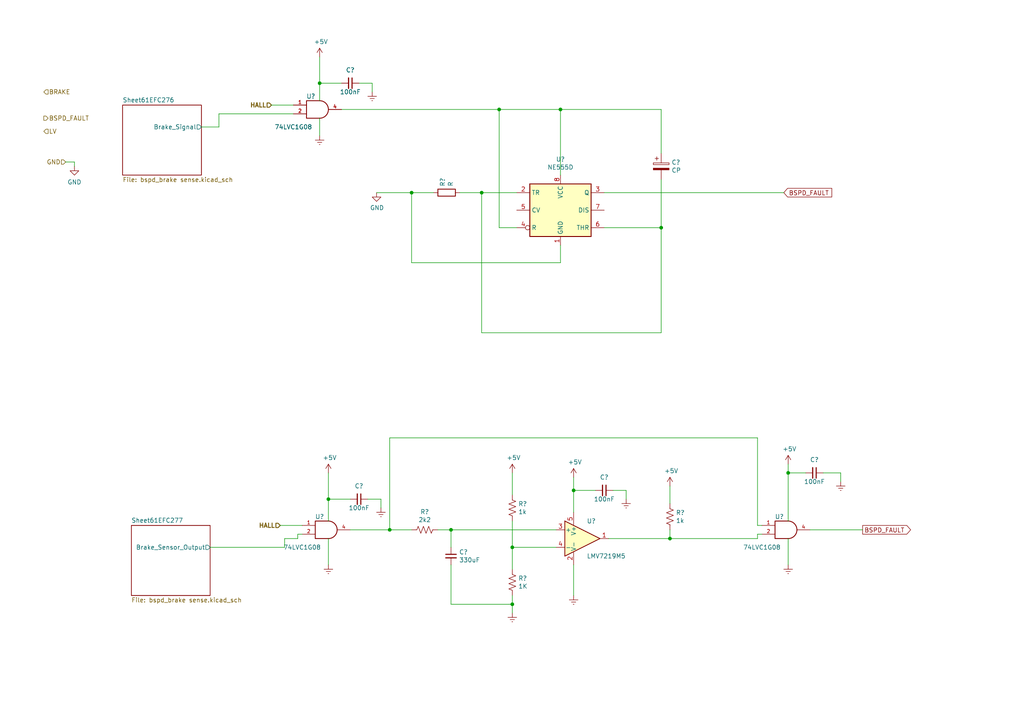
<source format=kicad_sch>
(kicad_sch (version 20211123) (generator eeschema)

  (uuid b43df33f-62fd-48d7-9cd2-2a6c09122ec1)

  (paper "A4")

  (lib_symbols
    (symbol "74xGxx:74LVC1G08" (pin_names (offset 1.016)) (in_bom yes) (on_board yes)
      (property "Reference" "U" (id 0) (at -2.54 3.81 0)
        (effects (font (size 1.27 1.27)))
      )
      (property "Value" "74LVC1G08" (id 1) (at 0 -3.81 0)
        (effects (font (size 1.27 1.27)))
      )
      (property "Footprint" "" (id 2) (at 0 0 0)
        (effects (font (size 1.27 1.27)) hide)
      )
      (property "Datasheet" "http://www.ti.com/lit/sg/scyt129e/scyt129e.pdf" (id 3) (at 0 0 0)
        (effects (font (size 1.27 1.27)) hide)
      )
      (property "ki_keywords" "Single Gate AND LVC CMOS" (id 4) (at 0 0 0)
        (effects (font (size 1.27 1.27)) hide)
      )
      (property "ki_description" "Single AND Gate, Low-Voltage CMOS" (id 5) (at 0 0 0)
        (effects (font (size 1.27 1.27)) hide)
      )
      (property "ki_fp_filters" "SOT* SG-*" (id 6) (at 0 0 0)
        (effects (font (size 1.27 1.27)) hide)
      )
      (symbol "74LVC1G08_0_1"
        (arc (start 0 -2.54) (mid 2.54 0) (end 0 2.54)
          (stroke (width 0.254) (type default) (color 0 0 0 0))
          (fill (type none))
        )
        (polyline
          (pts
            (xy 0 -2.54)
            (xy -3.81 -2.54)
            (xy -3.81 2.54)
            (xy 0 2.54)
          )
          (stroke (width 0.254) (type default) (color 0 0 0 0))
          (fill (type none))
        )
      )
      (symbol "74LVC1G08_1_1"
        (pin input line (at -7.62 1.27 0) (length 3.81)
          (name "~" (effects (font (size 1.016 1.016))))
          (number "1" (effects (font (size 1.016 1.016))))
        )
        (pin input line (at -7.62 -1.27 0) (length 3.81)
          (name "~" (effects (font (size 1.016 1.016))))
          (number "2" (effects (font (size 1.016 1.016))))
        )
        (pin power_in line (at 0 -2.54 270) (length 0) hide
          (name "GND" (effects (font (size 1.016 1.016))))
          (number "3" (effects (font (size 1.016 1.016))))
        )
        (pin output line (at 6.35 0 180) (length 3.81)
          (name "~" (effects (font (size 1.016 1.016))))
          (number "4" (effects (font (size 1.016 1.016))))
        )
        (pin power_in line (at 0 2.54 90) (length 0) hide
          (name "VCC" (effects (font (size 1.016 1.016))))
          (number "5" (effects (font (size 1.016 1.016))))
        )
      )
    )
    (symbol "Comparator:LMV7219M5" (pin_names (offset 0.127)) (in_bom yes) (on_board yes)
      (property "Reference" "U" (id 0) (at -1.27 6.35 0)
        (effects (font (size 1.27 1.27)) (justify left))
      )
      (property "Value" "LMV7219M5" (id 1) (at -1.27 3.81 0)
        (effects (font (size 1.27 1.27)) (justify left))
      )
      (property "Footprint" "Package_TO_SOT_SMD:SOT-23-5" (id 2) (at -2.54 -5.08 0)
        (effects (font (size 1.27 1.27)) (justify left) hide)
      )
      (property "Datasheet" "https://www.ti.com/lit/ds/symlink/lmv7219.pdf" (id 3) (at 0 5.08 0)
        (effects (font (size 1.27 1.27)) hide)
      )
      (property "ki_keywords" "cmp" (id 4) (at 0 0 0)
        (effects (font (size 1.27 1.27)) hide)
      )
      (property "ki_description" "Single Low-Power High-Speed Push-Pull Output Comparator, SOT-23-5" (id 5) (at 0 0 0)
        (effects (font (size 1.27 1.27)) hide)
      )
      (property "ki_fp_filters" "SOT?23*" (id 6) (at 0 0 0)
        (effects (font (size 1.27 1.27)) hide)
      )
      (symbol "LMV7219M5_0_1"
        (polyline
          (pts
            (xy -5.08 5.08)
            (xy 5.08 0)
            (xy -5.08 -5.08)
            (xy -5.08 5.08)
          )
          (stroke (width 0.254) (type default) (color 0 0 0 0))
          (fill (type background))
        )
        (pin power_in line (at -2.54 -7.62 90) (length 3.81)
          (name "V-" (effects (font (size 1.27 1.27))))
          (number "2" (effects (font (size 1.27 1.27))))
        )
        (pin power_in line (at -2.54 7.62 270) (length 3.81)
          (name "V+" (effects (font (size 1.27 1.27))))
          (number "5" (effects (font (size 1.27 1.27))))
        )
      )
      (symbol "LMV7219M5_1_1"
        (pin output line (at 7.62 0 180) (length 2.54)
          (name "~" (effects (font (size 1.27 1.27))))
          (number "1" (effects (font (size 1.27 1.27))))
        )
        (pin input line (at -7.62 2.54 0) (length 2.54)
          (name "+" (effects (font (size 1.27 1.27))))
          (number "3" (effects (font (size 1.27 1.27))))
        )
        (pin input line (at -7.62 -2.54 0) (length 2.54)
          (name "-" (effects (font (size 1.27 1.27))))
          (number "4" (effects (font (size 1.27 1.27))))
        )
      )
    )
    (symbol "Device:CP" (pin_numbers hide) (pin_names (offset 0.254)) (in_bom yes) (on_board yes)
      (property "Reference" "C" (id 0) (at 0.635 2.54 0)
        (effects (font (size 1.27 1.27)) (justify left))
      )
      (property "Value" "Device_CP" (id 1) (at 0.635 -2.54 0)
        (effects (font (size 1.27 1.27)) (justify left))
      )
      (property "Footprint" "" (id 2) (at 0.9652 -3.81 0)
        (effects (font (size 1.27 1.27)) hide)
      )
      (property "Datasheet" "" (id 3) (at 0 0 0)
        (effects (font (size 1.27 1.27)) hide)
      )
      (property "ki_fp_filters" "CP_*" (id 4) (at 0 0 0)
        (effects (font (size 1.27 1.27)) hide)
      )
      (symbol "CP_0_1"
        (rectangle (start -2.286 0.508) (end 2.286 1.016)
          (stroke (width 0) (type default) (color 0 0 0 0))
          (fill (type none))
        )
        (polyline
          (pts
            (xy -1.778 2.286)
            (xy -0.762 2.286)
          )
          (stroke (width 0) (type default) (color 0 0 0 0))
          (fill (type none))
        )
        (polyline
          (pts
            (xy -1.27 2.794)
            (xy -1.27 1.778)
          )
          (stroke (width 0) (type default) (color 0 0 0 0))
          (fill (type none))
        )
        (rectangle (start 2.286 -0.508) (end -2.286 -1.016)
          (stroke (width 0) (type default) (color 0 0 0 0))
          (fill (type outline))
        )
      )
      (symbol "CP_1_1"
        (pin passive line (at 0 3.81 270) (length 2.794)
          (name "~" (effects (font (size 1.27 1.27))))
          (number "1" (effects (font (size 1.27 1.27))))
        )
        (pin passive line (at 0 -3.81 90) (length 2.794)
          (name "~" (effects (font (size 1.27 1.27))))
          (number "2" (effects (font (size 1.27 1.27))))
        )
      )
    )
    (symbol "Device:C_Small" (pin_numbers hide) (pin_names (offset 0.254) hide) (in_bom yes) (on_board yes)
      (property "Reference" "C" (id 0) (at 0.254 1.778 0)
        (effects (font (size 1.27 1.27)) (justify left))
      )
      (property "Value" "C_Small" (id 1) (at 0.254 -2.032 0)
        (effects (font (size 1.27 1.27)) (justify left))
      )
      (property "Footprint" "" (id 2) (at 0 0 0)
        (effects (font (size 1.27 1.27)) hide)
      )
      (property "Datasheet" "~" (id 3) (at 0 0 0)
        (effects (font (size 1.27 1.27)) hide)
      )
      (property "ki_keywords" "capacitor cap" (id 4) (at 0 0 0)
        (effects (font (size 1.27 1.27)) hide)
      )
      (property "ki_description" "Unpolarized capacitor, small symbol" (id 5) (at 0 0 0)
        (effects (font (size 1.27 1.27)) hide)
      )
      (property "ki_fp_filters" "C_*" (id 6) (at 0 0 0)
        (effects (font (size 1.27 1.27)) hide)
      )
      (symbol "C_Small_0_1"
        (polyline
          (pts
            (xy -1.524 -0.508)
            (xy 1.524 -0.508)
          )
          (stroke (width 0.3302) (type default) (color 0 0 0 0))
          (fill (type none))
        )
        (polyline
          (pts
            (xy -1.524 0.508)
            (xy 1.524 0.508)
          )
          (stroke (width 0.3048) (type default) (color 0 0 0 0))
          (fill (type none))
        )
      )
      (symbol "C_Small_1_1"
        (pin passive line (at 0 2.54 270) (length 2.032)
          (name "~" (effects (font (size 1.27 1.27))))
          (number "1" (effects (font (size 1.27 1.27))))
        )
        (pin passive line (at 0 -2.54 90) (length 2.032)
          (name "~" (effects (font (size 1.27 1.27))))
          (number "2" (effects (font (size 1.27 1.27))))
        )
      )
    )
    (symbol "Device:R" (pin_numbers hide) (pin_names (offset 0)) (in_bom yes) (on_board yes)
      (property "Reference" "R" (id 0) (at 2.032 0 90)
        (effects (font (size 1.27 1.27)))
      )
      (property "Value" "R" (id 1) (at 0 0 90)
        (effects (font (size 1.27 1.27)))
      )
      (property "Footprint" "" (id 2) (at -1.778 0 90)
        (effects (font (size 1.27 1.27)) hide)
      )
      (property "Datasheet" "~" (id 3) (at 0 0 0)
        (effects (font (size 1.27 1.27)) hide)
      )
      (property "ki_keywords" "R res resistor" (id 4) (at 0 0 0)
        (effects (font (size 1.27 1.27)) hide)
      )
      (property "ki_description" "Resistor" (id 5) (at 0 0 0)
        (effects (font (size 1.27 1.27)) hide)
      )
      (property "ki_fp_filters" "R_*" (id 6) (at 0 0 0)
        (effects (font (size 1.27 1.27)) hide)
      )
      (symbol "R_0_1"
        (rectangle (start -1.016 -2.54) (end 1.016 2.54)
          (stroke (width 0.254) (type default) (color 0 0 0 0))
          (fill (type none))
        )
      )
      (symbol "R_1_1"
        (pin passive line (at 0 3.81 270) (length 1.27)
          (name "~" (effects (font (size 1.27 1.27))))
          (number "1" (effects (font (size 1.27 1.27))))
        )
        (pin passive line (at 0 -3.81 90) (length 1.27)
          (name "~" (effects (font (size 1.27 1.27))))
          (number "2" (effects (font (size 1.27 1.27))))
        )
      )
    )
    (symbol "Device:R_US" (pin_numbers hide) (pin_names (offset 0)) (in_bom yes) (on_board yes)
      (property "Reference" "R" (id 0) (at 2.54 0 90)
        (effects (font (size 1.27 1.27)))
      )
      (property "Value" "R_US" (id 1) (at -2.54 0 90)
        (effects (font (size 1.27 1.27)))
      )
      (property "Footprint" "" (id 2) (at 1.016 -0.254 90)
        (effects (font (size 1.27 1.27)) hide)
      )
      (property "Datasheet" "~" (id 3) (at 0 0 0)
        (effects (font (size 1.27 1.27)) hide)
      )
      (property "ki_keywords" "R res resistor" (id 4) (at 0 0 0)
        (effects (font (size 1.27 1.27)) hide)
      )
      (property "ki_description" "Resistor, US symbol" (id 5) (at 0 0 0)
        (effects (font (size 1.27 1.27)) hide)
      )
      (property "ki_fp_filters" "R_*" (id 6) (at 0 0 0)
        (effects (font (size 1.27 1.27)) hide)
      )
      (symbol "R_US_0_1"
        (polyline
          (pts
            (xy 0 -2.286)
            (xy 0 -2.54)
          )
          (stroke (width 0) (type default) (color 0 0 0 0))
          (fill (type none))
        )
        (polyline
          (pts
            (xy 0 2.286)
            (xy 0 2.54)
          )
          (stroke (width 0) (type default) (color 0 0 0 0))
          (fill (type none))
        )
        (polyline
          (pts
            (xy 0 -0.762)
            (xy 1.016 -1.143)
            (xy 0 -1.524)
            (xy -1.016 -1.905)
            (xy 0 -2.286)
          )
          (stroke (width 0) (type default) (color 0 0 0 0))
          (fill (type none))
        )
        (polyline
          (pts
            (xy 0 0.762)
            (xy 1.016 0.381)
            (xy 0 0)
            (xy -1.016 -0.381)
            (xy 0 -0.762)
          )
          (stroke (width 0) (type default) (color 0 0 0 0))
          (fill (type none))
        )
        (polyline
          (pts
            (xy 0 2.286)
            (xy 1.016 1.905)
            (xy 0 1.524)
            (xy -1.016 1.143)
            (xy 0 0.762)
          )
          (stroke (width 0) (type default) (color 0 0 0 0))
          (fill (type none))
        )
      )
      (symbol "R_US_1_1"
        (pin passive line (at 0 3.81 270) (length 1.27)
          (name "~" (effects (font (size 1.27 1.27))))
          (number "1" (effects (font (size 1.27 1.27))))
        )
        (pin passive line (at 0 -3.81 90) (length 1.27)
          (name "~" (effects (font (size 1.27 1.27))))
          (number "2" (effects (font (size 1.27 1.27))))
        )
      )
    )
    (symbol "Timer:NE555D" (in_bom yes) (on_board yes)
      (property "Reference" "U" (id 0) (at -10.16 8.89 0)
        (effects (font (size 1.27 1.27)) (justify left))
      )
      (property "Value" "NE555D" (id 1) (at 2.54 8.89 0)
        (effects (font (size 1.27 1.27)) (justify left))
      )
      (property "Footprint" "Package_SO:SOIC-8_3.9x4.9mm_P1.27mm" (id 2) (at 21.59 -10.16 0)
        (effects (font (size 1.27 1.27)) hide)
      )
      (property "Datasheet" "http://www.ti.com/lit/ds/symlink/ne555.pdf" (id 3) (at 21.59 -10.16 0)
        (effects (font (size 1.27 1.27)) hide)
      )
      (property "ki_keywords" "single timer 555" (id 4) (at 0 0 0)
        (effects (font (size 1.27 1.27)) hide)
      )
      (property "ki_description" "Precision Timers, 555 compatible, SOIC-8" (id 5) (at 0 0 0)
        (effects (font (size 1.27 1.27)) hide)
      )
      (property "ki_fp_filters" "SOIC*3.9x4.9mm*P1.27mm*" (id 6) (at 0 0 0)
        (effects (font (size 1.27 1.27)) hide)
      )
      (symbol "NE555D_0_0"
        (pin power_in line (at 0 -10.16 90) (length 2.54)
          (name "GND" (effects (font (size 1.27 1.27))))
          (number "1" (effects (font (size 1.27 1.27))))
        )
        (pin power_in line (at 0 10.16 270) (length 2.54)
          (name "VCC" (effects (font (size 1.27 1.27))))
          (number "8" (effects (font (size 1.27 1.27))))
        )
      )
      (symbol "NE555D_0_1"
        (rectangle (start -8.89 -7.62) (end 8.89 7.62)
          (stroke (width 0.254) (type default) (color 0 0 0 0))
          (fill (type background))
        )
        (rectangle (start -8.89 -7.62) (end 8.89 7.62)
          (stroke (width 0.254) (type default) (color 0 0 0 0))
          (fill (type background))
        )
      )
      (symbol "NE555D_1_1"
        (pin input line (at -12.7 5.08 0) (length 3.81)
          (name "TR" (effects (font (size 1.27 1.27))))
          (number "2" (effects (font (size 1.27 1.27))))
        )
        (pin output line (at 12.7 5.08 180) (length 3.81)
          (name "Q" (effects (font (size 1.27 1.27))))
          (number "3" (effects (font (size 1.27 1.27))))
        )
        (pin input inverted (at -12.7 -5.08 0) (length 3.81)
          (name "R" (effects (font (size 1.27 1.27))))
          (number "4" (effects (font (size 1.27 1.27))))
        )
        (pin input line (at -12.7 0 0) (length 3.81)
          (name "CV" (effects (font (size 1.27 1.27))))
          (number "5" (effects (font (size 1.27 1.27))))
        )
        (pin input line (at 12.7 -5.08 180) (length 3.81)
          (name "THR" (effects (font (size 1.27 1.27))))
          (number "6" (effects (font (size 1.27 1.27))))
        )
        (pin input line (at 12.7 0 180) (length 3.81)
          (name "DIS" (effects (font (size 1.27 1.27))))
          (number "7" (effects (font (size 1.27 1.27))))
        )
      )
    )
    (symbol "power:+5V" (power) (pin_names (offset 0)) (in_bom yes) (on_board yes)
      (property "Reference" "#PWR" (id 0) (at 0 -3.81 0)
        (effects (font (size 1.27 1.27)) hide)
      )
      (property "Value" "+5V" (id 1) (at 0 3.556 0)
        (effects (font (size 1.27 1.27)))
      )
      (property "Footprint" "" (id 2) (at 0 0 0)
        (effects (font (size 1.27 1.27)) hide)
      )
      (property "Datasheet" "" (id 3) (at 0 0 0)
        (effects (font (size 1.27 1.27)) hide)
      )
      (property "ki_keywords" "power-flag" (id 4) (at 0 0 0)
        (effects (font (size 1.27 1.27)) hide)
      )
      (property "ki_description" "Power symbol creates a global label with name \"+5V\"" (id 5) (at 0 0 0)
        (effects (font (size 1.27 1.27)) hide)
      )
      (symbol "+5V_0_1"
        (polyline
          (pts
            (xy -0.762 1.27)
            (xy 0 2.54)
          )
          (stroke (width 0) (type default) (color 0 0 0 0))
          (fill (type none))
        )
        (polyline
          (pts
            (xy 0 0)
            (xy 0 2.54)
          )
          (stroke (width 0) (type default) (color 0 0 0 0))
          (fill (type none))
        )
        (polyline
          (pts
            (xy 0 2.54)
            (xy 0.762 1.27)
          )
          (stroke (width 0) (type default) (color 0 0 0 0))
          (fill (type none))
        )
      )
      (symbol "+5V_1_1"
        (pin power_in line (at 0 0 90) (length 0) hide
          (name "+5V" (effects (font (size 1.27 1.27))))
          (number "1" (effects (font (size 1.27 1.27))))
        )
      )
    )
    (symbol "power:Earth" (power) (pin_names (offset 0)) (in_bom yes) (on_board yes)
      (property "Reference" "#PWR" (id 0) (at 0 -6.35 0)
        (effects (font (size 1.27 1.27)) hide)
      )
      (property "Value" "Earth" (id 1) (at 0 -3.81 0)
        (effects (font (size 1.27 1.27)) hide)
      )
      (property "Footprint" "" (id 2) (at 0 0 0)
        (effects (font (size 1.27 1.27)) hide)
      )
      (property "Datasheet" "~" (id 3) (at 0 0 0)
        (effects (font (size 1.27 1.27)) hide)
      )
      (property "ki_keywords" "power-flag ground gnd" (id 4) (at 0 0 0)
        (effects (font (size 1.27 1.27)) hide)
      )
      (property "ki_description" "Power symbol creates a global label with name \"Earth\"" (id 5) (at 0 0 0)
        (effects (font (size 1.27 1.27)) hide)
      )
      (symbol "Earth_0_1"
        (polyline
          (pts
            (xy -0.635 -1.905)
            (xy 0.635 -1.905)
          )
          (stroke (width 0) (type default) (color 0 0 0 0))
          (fill (type none))
        )
        (polyline
          (pts
            (xy -0.127 -2.54)
            (xy 0.127 -2.54)
          )
          (stroke (width 0) (type default) (color 0 0 0 0))
          (fill (type none))
        )
        (polyline
          (pts
            (xy 0 -1.27)
            (xy 0 0)
          )
          (stroke (width 0) (type default) (color 0 0 0 0))
          (fill (type none))
        )
        (polyline
          (pts
            (xy 1.27 -1.27)
            (xy -1.27 -1.27)
          )
          (stroke (width 0) (type default) (color 0 0 0 0))
          (fill (type none))
        )
      )
      (symbol "Earth_1_1"
        (pin power_in line (at 0 0 270) (length 0) hide
          (name "Earth" (effects (font (size 1.27 1.27))))
          (number "1" (effects (font (size 1.27 1.27))))
        )
      )
    )
    (symbol "power:GND" (power) (pin_names (offset 0)) (in_bom yes) (on_board yes)
      (property "Reference" "#PWR" (id 0) (at 0 -6.35 0)
        (effects (font (size 1.27 1.27)) hide)
      )
      (property "Value" "GND" (id 1) (at 0 -3.81 0)
        (effects (font (size 1.27 1.27)))
      )
      (property "Footprint" "" (id 2) (at 0 0 0)
        (effects (font (size 1.27 1.27)) hide)
      )
      (property "Datasheet" "" (id 3) (at 0 0 0)
        (effects (font (size 1.27 1.27)) hide)
      )
      (property "ki_keywords" "power-flag" (id 4) (at 0 0 0)
        (effects (font (size 1.27 1.27)) hide)
      )
      (property "ki_description" "Power symbol creates a global label with name \"GND\" , ground" (id 5) (at 0 0 0)
        (effects (font (size 1.27 1.27)) hide)
      )
      (symbol "GND_0_1"
        (polyline
          (pts
            (xy 0 0)
            (xy 0 -1.27)
            (xy 1.27 -1.27)
            (xy 0 -2.54)
            (xy -1.27 -1.27)
            (xy 0 -1.27)
          )
          (stroke (width 0) (type default) (color 0 0 0 0))
          (fill (type none))
        )
      )
      (symbol "GND_1_1"
        (pin power_in line (at 0 0 270) (length 0) hide
          (name "GND" (effects (font (size 1.27 1.27))))
          (number "1" (effects (font (size 1.27 1.27))))
        )
      )
    )
  )

  (junction (at 130.81 153.67) (diameter 0) (color 0 0 0 0)
    (uuid 07a2c8df-a29c-4993-9fbc-3ce9ec352906)
  )
  (junction (at 139.7 55.88) (diameter 0) (color 0 0 0 0)
    (uuid 13857f48-7501-4e84-bb7c-abeb10c00389)
  )
  (junction (at 92.71 24.13) (diameter 0) (color 0 0 0 0)
    (uuid 1770c03b-909a-4eac-840f-f7479caf0aae)
  )
  (junction (at 95.25 144.78) (diameter 0) (color 0 0 0 0)
    (uuid 4c6f7997-9f09-410c-ba3f-8296372ef857)
  )
  (junction (at 119.38 55.88) (diameter 0) (color 0 0 0 0)
    (uuid 5feab5a5-9804-4bdb-b619-ab50ce0ad4ac)
  )
  (junction (at 148.59 158.75) (diameter 0) (color 0 0 0 0)
    (uuid 662e83e0-6d0d-4150-a6c8-acf59dfa9016)
  )
  (junction (at 113.03 153.67) (diameter 0) (color 0 0 0 0)
    (uuid 89563e7e-8e55-4e8b-9c8a-19b1f0e928d9)
  )
  (junction (at 194.31 156.21) (diameter 0) (color 0 0 0 0)
    (uuid 9f439d40-e6cf-4ca7-962f-1272823f11a4)
  )
  (junction (at 144.78 31.75) (diameter 0) (color 0 0 0 0)
    (uuid a19003b5-38e6-453a-819f-2495226f9dd4)
  )
  (junction (at 162.56 31.75) (diameter 0) (color 0 0 0 0)
    (uuid bc9ff049-b316-4ffc-94dc-df5038b849ca)
  )
  (junction (at 148.59 175.26) (diameter 0) (color 0 0 0 0)
    (uuid c1982cdb-f6ee-40ee-a0c6-a2fa55ab2d38)
  )
  (junction (at 228.6 137.16) (diameter 0) (color 0 0 0 0)
    (uuid d1f2fcd5-7937-4fa2-825e-005c3e0eb7a1)
  )
  (junction (at 166.37 142.24) (diameter 0) (color 0 0 0 0)
    (uuid d655263e-5ccd-4274-bb7b-6e2d7a6ae9fb)
  )
  (junction (at 191.77 66.04) (diameter 0) (color 0 0 0 0)
    (uuid f4e5b34c-3c9a-4e13-b25b-052019468ab7)
  )

  (wire (pts (xy 81.28 152.4) (xy 87.63 152.4))
    (stroke (width 0) (type default) (color 0 0 0 0))
    (uuid 011a3e6e-3535-4998-871a-2f0fb35e3745)
  )
  (wire (pts (xy 113.03 127) (xy 219.71 127))
    (stroke (width 0) (type default) (color 0 0 0 0))
    (uuid 037ca2f0-a1da-492c-8b6d-c30cae015713)
  )
  (wire (pts (xy 148.59 137.16) (xy 148.59 143.51))
    (stroke (width 0) (type default) (color 0 0 0 0))
    (uuid 05167018-43f6-452a-9f19-7965bc8bb557)
  )
  (wire (pts (xy 191.77 66.04) (xy 191.77 96.52))
    (stroke (width 0) (type default) (color 0 0 0 0))
    (uuid 0a92d4e8-2c99-46ae-8b9d-e9a5f254af09)
  )
  (wire (pts (xy 107.95 24.13) (xy 104.14 24.13))
    (stroke (width 0) (type default) (color 0 0 0 0))
    (uuid 0ad88b14-75ca-4fe9-9bb6-f5d58fe3e7f9)
  )
  (wire (pts (xy 127 153.67) (xy 130.81 153.67))
    (stroke (width 0) (type default) (color 0 0 0 0))
    (uuid 116c5bef-7d4a-456f-bcce-586ddecd4fef)
  )
  (wire (pts (xy 130.81 175.26) (xy 148.59 175.26))
    (stroke (width 0) (type default) (color 0 0 0 0))
    (uuid 1e624ba4-d612-453a-a09d-aa7997ab8d59)
  )
  (wire (pts (xy 86.36 156.21) (xy 82.55 156.21))
    (stroke (width 0) (type default) (color 0 0 0 0))
    (uuid 1f3c6a6e-f4d7-4e62-863d-df2989ffab86)
  )
  (wire (pts (xy 191.77 96.52) (xy 139.7 96.52))
    (stroke (width 0) (type default) (color 0 0 0 0))
    (uuid 2105cf5c-9eed-41f6-a88b-9d9562cde9a4)
  )
  (wire (pts (xy 78.74 30.48) (xy 85.09 30.48))
    (stroke (width 0) (type default) (color 0 0 0 0))
    (uuid 23d35687-89bf-4cdc-87c6-80e91910a1b5)
  )
  (wire (pts (xy 166.37 163.83) (xy 166.37 172.72))
    (stroke (width 0) (type default) (color 0 0 0 0))
    (uuid 240e12e7-0928-4153-8a79-a8d8580de4b3)
  )
  (wire (pts (xy 149.86 66.04) (xy 144.78 66.04))
    (stroke (width 0) (type default) (color 0 0 0 0))
    (uuid 26ef990d-fefc-479e-9ee4-f4f6d051fce9)
  )
  (wire (pts (xy 144.78 31.75) (xy 162.56 31.75))
    (stroke (width 0) (type default) (color 0 0 0 0))
    (uuid 2870d5b6-0946-4868-a171-6574f5602cc4)
  )
  (wire (pts (xy 139.7 55.88) (xy 133.35 55.88))
    (stroke (width 0) (type default) (color 0 0 0 0))
    (uuid 29de7e11-21e2-4f90-97dc-438c5365a278)
  )
  (wire (pts (xy 92.71 16.51) (xy 92.71 24.13))
    (stroke (width 0) (type default) (color 0 0 0 0))
    (uuid 2ecef960-da4c-42cf-a72e-4a7cf3691990)
  )
  (wire (pts (xy 107.95 26.67) (xy 107.95 24.13))
    (stroke (width 0) (type default) (color 0 0 0 0))
    (uuid 31a45e38-00ee-4fcb-937d-b08ee2519488)
  )
  (wire (pts (xy 95.25 144.78) (xy 95.25 151.13))
    (stroke (width 0) (type default) (color 0 0 0 0))
    (uuid 418b261e-4903-4d8d-9d9c-64309facb1f3)
  )
  (wire (pts (xy 99.06 24.13) (xy 92.71 24.13))
    (stroke (width 0) (type default) (color 0 0 0 0))
    (uuid 4500c442-7b89-475a-95ec-430a7c766954)
  )
  (wire (pts (xy 191.77 52.07) (xy 191.77 66.04))
    (stroke (width 0) (type default) (color 0 0 0 0))
    (uuid 48a51a98-3e41-469f-a665-e6b1d857195e)
  )
  (wire (pts (xy 130.81 153.67) (xy 161.29 153.67))
    (stroke (width 0) (type default) (color 0 0 0 0))
    (uuid 4b199bec-f76f-4c6e-9109-4d049aa0fc4d)
  )
  (wire (pts (xy 148.59 177.8) (xy 148.59 175.26))
    (stroke (width 0) (type default) (color 0 0 0 0))
    (uuid 4b5febb9-c360-45d7-bd37-f13a74108dd6)
  )
  (wire (pts (xy 92.71 24.13) (xy 92.71 29.21))
    (stroke (width 0) (type default) (color 0 0 0 0))
    (uuid 4bf67ad6-842a-4ad0-a321-ce3ede3ff8b5)
  )
  (wire (pts (xy 181.61 142.24) (xy 177.8 142.24))
    (stroke (width 0) (type default) (color 0 0 0 0))
    (uuid 4d6519fb-0ffc-4782-898d-94ddcf257f98)
  )
  (wire (pts (xy 172.72 142.24) (xy 166.37 142.24))
    (stroke (width 0) (type default) (color 0 0 0 0))
    (uuid 4df15bfb-e0c2-493b-b567-ffea028202b3)
  )
  (wire (pts (xy 63.5 33.02) (xy 63.5 36.83))
    (stroke (width 0) (type default) (color 0 0 0 0))
    (uuid 500e2473-3bc1-46cb-835d-f8e87e98cf99)
  )
  (wire (pts (xy 130.81 153.67) (xy 130.81 158.75))
    (stroke (width 0) (type default) (color 0 0 0 0))
    (uuid 5b3e8ed7-f5cf-4225-a57b-c055ed819585)
  )
  (wire (pts (xy 219.71 156.21) (xy 194.31 156.21))
    (stroke (width 0) (type default) (color 0 0 0 0))
    (uuid 5d6187de-8839-4c4e-b555-bd7826fad71c)
  )
  (wire (pts (xy 166.37 142.24) (xy 166.37 138.43))
    (stroke (width 0) (type default) (color 0 0 0 0))
    (uuid 63dc0e67-4086-4424-805d-4e9167e2b1f4)
  )
  (wire (pts (xy 101.6 153.67) (xy 113.03 153.67))
    (stroke (width 0) (type default) (color 0 0 0 0))
    (uuid 64252490-a415-4695-b884-94b6226e8d7c)
  )
  (wire (pts (xy 176.53 156.21) (xy 194.31 156.21))
    (stroke (width 0) (type default) (color 0 0 0 0))
    (uuid 67e0f717-c95a-4040-8ffe-ece3f35aac6d)
  )
  (wire (pts (xy 139.7 55.88) (xy 139.7 96.52))
    (stroke (width 0) (type default) (color 0 0 0 0))
    (uuid 69f15af5-2522-4330-bf49-f9d7ee7744be)
  )
  (wire (pts (xy 130.81 163.83) (xy 130.81 175.26))
    (stroke (width 0) (type default) (color 0 0 0 0))
    (uuid 70c6721b-1e80-404f-9631-a3a3ef34264d)
  )
  (wire (pts (xy 99.06 31.75) (xy 144.78 31.75))
    (stroke (width 0) (type default) (color 0 0 0 0))
    (uuid 72833996-50ca-4342-9ce1-ff31346131bf)
  )
  (wire (pts (xy 86.36 156.21) (xy 86.36 154.94))
    (stroke (width 0) (type default) (color 0 0 0 0))
    (uuid 74c859da-5cce-4c90-8d1e-8bfe497f45f6)
  )
  (wire (pts (xy 166.37 148.59) (xy 166.37 142.24))
    (stroke (width 0) (type default) (color 0 0 0 0))
    (uuid 7631d7eb-e52f-43b4-93c5-e51506847f03)
  )
  (wire (pts (xy 92.71 34.29) (xy 92.71 39.37))
    (stroke (width 0) (type default) (color 0 0 0 0))
    (uuid 78b342d4-033f-4b8e-854e-b35923eeb386)
  )
  (wire (pts (xy 148.59 151.13) (xy 148.59 158.75))
    (stroke (width 0) (type default) (color 0 0 0 0))
    (uuid 78d3afb7-3af0-4218-bf81-28fa2141d6f5)
  )
  (wire (pts (xy 162.56 76.2) (xy 119.38 76.2))
    (stroke (width 0) (type default) (color 0 0 0 0))
    (uuid 7ae282c3-bc3c-46b7-8b9c-f6bed71bfeb1)
  )
  (wire (pts (xy 219.71 127) (xy 219.71 152.4))
    (stroke (width 0) (type default) (color 0 0 0 0))
    (uuid 82191f19-3861-45dc-a275-1a1ecbedb48c)
  )
  (wire (pts (xy 161.29 158.75) (xy 148.59 158.75))
    (stroke (width 0) (type default) (color 0 0 0 0))
    (uuid 8319e0f0-8510-45e9-aed9-d8c606d79b1a)
  )
  (wire (pts (xy 113.03 153.67) (xy 119.38 153.67))
    (stroke (width 0) (type default) (color 0 0 0 0))
    (uuid 8581b019-44c0-42ce-a203-765dc6396774)
  )
  (wire (pts (xy 21.59 46.99) (xy 21.59 48.26))
    (stroke (width 0) (type default) (color 0 0 0 0))
    (uuid 8688e922-ec64-4edc-8a80-635eb36566ba)
  )
  (wire (pts (xy 63.5 36.83) (xy 58.42 36.83))
    (stroke (width 0) (type default) (color 0 0 0 0))
    (uuid 86f80378-6892-4c27-82dc-6725fcdbbec0)
  )
  (wire (pts (xy 219.71 156.21) (xy 219.71 154.94))
    (stroke (width 0) (type default) (color 0 0 0 0))
    (uuid 87ddb895-ba25-47ce-8ae6-c8b891712ea2)
  )
  (wire (pts (xy 19.05 46.99) (xy 21.59 46.99))
    (stroke (width 0) (type default) (color 0 0 0 0))
    (uuid 88d24b28-8872-4e13-9fae-b2fc7e022929)
  )
  (wire (pts (xy 219.71 154.94) (xy 220.98 154.94))
    (stroke (width 0) (type default) (color 0 0 0 0))
    (uuid 8d2e5fe4-a767-4ebd-9a8a-e9fb2bf74b97)
  )
  (wire (pts (xy 194.31 156.21) (xy 194.31 153.67))
    (stroke (width 0) (type default) (color 0 0 0 0))
    (uuid 8d5505be-7a70-4900-b7e3-f3e2c3eac2c8)
  )
  (wire (pts (xy 148.59 175.26) (xy 148.59 172.72))
    (stroke (width 0) (type default) (color 0 0 0 0))
    (uuid 8f7e18b5-0cae-4e8e-9b46-4974e8ac9f1f)
  )
  (wire (pts (xy 119.38 55.88) (xy 109.22 55.88))
    (stroke (width 0) (type default) (color 0 0 0 0))
    (uuid 921dce58-5f8d-4750-865c-928bdbc63a2d)
  )
  (wire (pts (xy 101.6 144.78) (xy 95.25 144.78))
    (stroke (width 0) (type default) (color 0 0 0 0))
    (uuid 94f451d2-84d8-45f5-8b5e-00c5963cdd6d)
  )
  (wire (pts (xy 234.95 153.67) (xy 250.19 153.67))
    (stroke (width 0) (type default) (color 0 0 0 0))
    (uuid 97fe7e90-72a2-429e-833e-cb39cb6a8492)
  )
  (wire (pts (xy 148.59 158.75) (xy 148.59 165.1))
    (stroke (width 0) (type default) (color 0 0 0 0))
    (uuid 99445454-5ea4-42f2-96c5-9d07dc136c2d)
  )
  (wire (pts (xy 233.68 137.16) (xy 228.6 137.16))
    (stroke (width 0) (type default) (color 0 0 0 0))
    (uuid 9afa7786-5da3-4f98-b939-62e0a465fba5)
  )
  (wire (pts (xy 85.09 33.02) (xy 63.5 33.02))
    (stroke (width 0) (type default) (color 0 0 0 0))
    (uuid a2244bf8-5985-4897-b77b-539f483446e6)
  )
  (wire (pts (xy 162.56 31.75) (xy 191.77 31.75))
    (stroke (width 0) (type default) (color 0 0 0 0))
    (uuid a2269e8d-b1dd-462a-b8e1-755b586f1f9c)
  )
  (wire (pts (xy 243.84 137.16) (xy 238.76 137.16))
    (stroke (width 0) (type default) (color 0 0 0 0))
    (uuid a305cdc1-9db7-4c5a-9e37-1e3fa51e6d66)
  )
  (wire (pts (xy 139.7 55.88) (xy 149.86 55.88))
    (stroke (width 0) (type default) (color 0 0 0 0))
    (uuid a6dd641b-ea29-432d-8962-98934efb1dae)
  )
  (wire (pts (xy 191.77 31.75) (xy 191.77 44.45))
    (stroke (width 0) (type default) (color 0 0 0 0))
    (uuid a7da57b9-f33c-4556-8151-bd53ed5e8adb)
  )
  (wire (pts (xy 110.49 147.32) (xy 110.49 144.78))
    (stroke (width 0) (type default) (color 0 0 0 0))
    (uuid aa26d46a-7bfe-49a3-9d69-47e73366c149)
  )
  (wire (pts (xy 228.6 163.83) (xy 228.6 156.21))
    (stroke (width 0) (type default) (color 0 0 0 0))
    (uuid ad966e3a-b0ae-45ed-a021-c01c02a28933)
  )
  (wire (pts (xy 113.03 153.67) (xy 113.03 127))
    (stroke (width 0) (type default) (color 0 0 0 0))
    (uuid bb3c5a66-2f93-48dc-b736-606c16a19d4b)
  )
  (wire (pts (xy 243.84 139.7) (xy 243.84 137.16))
    (stroke (width 0) (type default) (color 0 0 0 0))
    (uuid beead660-8646-4c97-8a1a-4cee2db575a7)
  )
  (wire (pts (xy 228.6 137.16) (xy 228.6 151.13))
    (stroke (width 0) (type default) (color 0 0 0 0))
    (uuid c31994d6-825e-4761-a1e6-8ae1aff24d6b)
  )
  (wire (pts (xy 110.49 144.78) (xy 106.68 144.78))
    (stroke (width 0) (type default) (color 0 0 0 0))
    (uuid c3c462ec-5383-4ccb-8d7f-419971eef923)
  )
  (wire (pts (xy 228.6 134.62) (xy 228.6 137.16))
    (stroke (width 0) (type default) (color 0 0 0 0))
    (uuid c7b9c27b-2c54-4cd6-a911-c45119174a6b)
  )
  (wire (pts (xy 175.26 66.04) (xy 191.77 66.04))
    (stroke (width 0) (type default) (color 0 0 0 0))
    (uuid d3077e98-39cf-4139-b44c-143b2dacc80f)
  )
  (wire (pts (xy 86.36 154.94) (xy 87.63 154.94))
    (stroke (width 0) (type default) (color 0 0 0 0))
    (uuid d3d3f85c-6cf2-45ca-8c9a-67067f166c57)
  )
  (wire (pts (xy 60.96 158.75) (xy 82.55 158.75))
    (stroke (width 0) (type default) (color 0 0 0 0))
    (uuid d4c34850-94a7-45fd-a2bb-fa9fffe2374e)
  )
  (wire (pts (xy 82.55 158.75) (xy 82.55 156.21))
    (stroke (width 0) (type default) (color 0 0 0 0))
    (uuid d7d52e1e-d038-46c7-a63a-004942c41b00)
  )
  (wire (pts (xy 119.38 76.2) (xy 119.38 55.88))
    (stroke (width 0) (type default) (color 0 0 0 0))
    (uuid daec1157-e4f8-438f-b054-c26d786831a7)
  )
  (wire (pts (xy 119.38 55.88) (xy 125.73 55.88))
    (stroke (width 0) (type default) (color 0 0 0 0))
    (uuid dc1328ae-788e-4e55-8090-8d0fa272fa94)
  )
  (wire (pts (xy 162.56 71.12) (xy 162.56 76.2))
    (stroke (width 0) (type default) (color 0 0 0 0))
    (uuid dc1ad149-553b-4532-935a-27800fe64b12)
  )
  (wire (pts (xy 219.71 152.4) (xy 220.98 152.4))
    (stroke (width 0) (type default) (color 0 0 0 0))
    (uuid dda8fa32-71c6-4133-b05b-f0a12db42553)
  )
  (wire (pts (xy 194.31 146.05) (xy 194.31 140.97))
    (stroke (width 0) (type default) (color 0 0 0 0))
    (uuid e17c40ef-dd99-47ff-9785-6c1ad4aa93a9)
  )
  (wire (pts (xy 162.56 50.8) (xy 162.56 31.75))
    (stroke (width 0) (type default) (color 0 0 0 0))
    (uuid e3525217-e12e-46f7-a8cd-e87fd44e6bf0)
  )
  (wire (pts (xy 144.78 66.04) (xy 144.78 31.75))
    (stroke (width 0) (type default) (color 0 0 0 0))
    (uuid e6200eb8-71c2-47de-9a28-03ea31becf06)
  )
  (wire (pts (xy 175.26 55.88) (xy 227.33 55.88))
    (stroke (width 0) (type default) (color 0 0 0 0))
    (uuid e929a240-fa88-4311-82d8-c3e378cd6872)
  )
  (wire (pts (xy 181.61 144.78) (xy 181.61 142.24))
    (stroke (width 0) (type default) (color 0 0 0 0))
    (uuid ee1fe2b3-2b35-413b-87f8-cb3eae1e6d5a)
  )
  (wire (pts (xy 95.25 137.16) (xy 95.25 144.78))
    (stroke (width 0) (type default) (color 0 0 0 0))
    (uuid f0c11bcd-5b69-4b18-bbac-ea5ed7d1b9c3)
  )
  (wire (pts (xy 95.25 163.83) (xy 95.25 156.21))
    (stroke (width 0) (type default) (color 0 0 0 0))
    (uuid f7b62edf-5941-425b-b332-a64e62b0bd15)
  )

  (global_label "BSPD_FAULT" (shape input) (at 227.33 55.88 0) (fields_autoplaced)
    (effects (font (size 1.27 1.27)) (justify left))
    (uuid 1da8fdfe-c72b-4fd8-a96a-7ef7301d2bee)
    (property "Intersheet References" "${INTERSHEET_REFS}" (id 0) (at 2.54 -24.13 0)
      (effects (font (size 1.27 1.27)) hide)
    )
  )
  (global_label "BSPD_FAULT" (shape output) (at 250.19 153.67 0) (fields_autoplaced)
    (effects (font (size 1.27 1.27)) (justify left))
    (uuid 6bc02308-6fbd-49c8-811d-539d13503d44)
    (property "Intersheet References" "${INTERSHEET_REFS}" (id 0) (at 13.97 102.87 0)
      (effects (font (size 1.27 1.27)) hide)
    )
  )

  (hierarchical_label "GND" (shape input) (at 19.05 46.99 180)
    (effects (font (size 1.27 1.27)) (justify right))
    (uuid 0e504e04-422b-4515-820d-03fd7fb2fd6b)
  )
  (hierarchical_label "LV" (shape input) (at 12.7 38.1 0)
    (effects (font (size 1.27 1.27)) (justify left))
    (uuid 1b1bc268-579c-4cee-9b85-00d314b8766c)
  )
  (hierarchical_label "BSPD_FAULT" (shape output) (at 12.7 34.29 0)
    (effects (font (size 1.27 1.27)) (justify left))
    (uuid 7f57dcd2-7d47-4eff-a681-98fff82f1078)
  )
  (hierarchical_label "HALL" (shape input) (at 81.28 152.4 180)
    (effects (font (size 1.27 1.27) bold) (justify right))
    (uuid 94424f28-90ef-45c7-8c81-6471b32e135f)
  )
  (hierarchical_label "HALL" (shape input) (at 78.74 30.48 180)
    (effects (font (size 1.27 1.27) bold) (justify right))
    (uuid d625c74f-447a-4784-9727-de2be8ddbe15)
  )
  (hierarchical_label "BRAKE" (shape input) (at 12.7 26.67 0)
    (effects (font (size 1.27 1.27)) (justify left))
    (uuid fd104f46-a4d6-47f8-a20a-5d264617fb39)
  )

  (symbol (lib_id "power:Earth") (at 107.95 26.67 0) (unit 1)
    (in_bom yes) (on_board yes)
    (uuid 01aa64fb-73a1-4b72-8806-81b8ef9b4790)
    (property "Reference" "#PWR?" (id 0) (at 107.95 33.02 0)
      (effects (font (size 1.27 1.27)) hide)
    )
    (property "Value" "Earth" (id 1) (at 107.95 30.48 0)
      (effects (font (size 1.27 1.27)) hide)
    )
    (property "Footprint" "" (id 2) (at 107.95 26.67 0)
      (effects (font (size 1.27 1.27)) hide)
    )
    (property "Datasheet" "~" (id 3) (at 107.95 26.67 0)
      (effects (font (size 1.27 1.27)) hide)
    )
    (pin "1" (uuid 16570200-0879-4456-a835-c109f94700e3))
  )

  (symbol (lib_id "Device:C_Small") (at 104.14 144.78 270) (unit 1)
    (in_bom yes) (on_board yes)
    (uuid 050528e9-f759-4ea4-a10a-5a0f3d42b215)
    (property "Reference" "C?" (id 0) (at 104.14 140.97 90))
    (property "Value" "100nF" (id 1) (at 104.14 147.32 90))
    (property "Footprint" "Capacitor_THT:CP_Axial_L10.0mm_D4.5mm_P15.00mm_Horizontal" (id 2) (at 104.14 144.78 0)
      (effects (font (size 1.27 1.27)) hide)
    )
    (property "Datasheet" "~" (id 3) (at 104.14 144.78 0)
      (effects (font (size 1.27 1.27)) hide)
    )
    (pin "1" (uuid bdf27c14-f3a9-4f43-98e6-6ef078bd15ee))
    (pin "2" (uuid 12695972-1454-411e-8142-60360b524405))
  )

  (symbol (lib_id "74xGxx:74LVC1G08") (at 95.25 153.67 0) (unit 1)
    (in_bom yes) (on_board yes)
    (uuid 0bc143bc-ce14-41f2-a9b6-392c37ea5988)
    (property "Reference" "U?" (id 0) (at 92.71 149.86 0))
    (property "Value" "74LVC1G08" (id 1) (at 87.63 158.75 0))
    (property "Footprint" "" (id 2) (at 95.25 153.67 0)
      (effects (font (size 1.27 1.27)) hide)
    )
    (property "Datasheet" "http://www.ti.com/lit/sg/scyt129e/scyt129e.pdf" (id 3) (at 95.25 153.67 0)
      (effects (font (size 1.27 1.27)) hide)
    )
    (pin "1" (uuid d4f6aba8-e7cf-42fd-a411-6d4e3593654d))
    (pin "2" (uuid 711303b7-49b9-4f6e-b998-bcc00b441bc4))
    (pin "3" (uuid a9783270-6097-42bc-9875-20697b904553))
    (pin "4" (uuid b197545b-3e1f-4d45-bb91-94a91e9bed0b))
    (pin "5" (uuid b253d8b1-5f7e-4e99-ae23-e23be3cd1c0f))
  )

  (symbol (lib_id "Device:CP") (at 191.77 48.26 0) (unit 1)
    (in_bom yes) (on_board yes)
    (uuid 1084c633-57a3-45c4-93e4-ed9c454e754b)
    (property "Reference" "C?" (id 0) (at 194.7672 47.0916 0)
      (effects (font (size 1.27 1.27)) (justify left))
    )
    (property "Value" "10uF" (id 1) (at 194.7672 49.403 0)
      (effects (font (size 1.27 1.27)) (justify left))
    )
    (property "Footprint" "" (id 2) (at 192.7352 52.07 0)
      (effects (font (size 1.27 1.27)) hide)
    )
    (property "Datasheet" "~" (id 3) (at 191.77 48.26 0)
      (effects (font (size 1.27 1.27)) hide)
    )
    (pin "1" (uuid ea2ea0be-74ba-4be9-9eef-c7c08060c0e8))
    (pin "2" (uuid be77ba81-07e5-4c6a-bdb0-cace509de375))
  )

  (symbol (lib_id "power:GND") (at 109.22 55.88 0) (unit 1)
    (in_bom yes) (on_board yes)
    (uuid 130cbcc3-acfb-4f15-a37e-44a016f9278a)
    (property "Reference" "#PWR?" (id 0) (at 109.22 62.23 0)
      (effects (font (size 1.27 1.27)) hide)
    )
    (property "Value" "GND" (id 1) (at 109.347 60.2742 0))
    (property "Footprint" "" (id 2) (at 109.22 55.88 0)
      (effects (font (size 1.27 1.27)) hide)
    )
    (property "Datasheet" "" (id 3) (at 109.22 55.88 0)
      (effects (font (size 1.27 1.27)) hide)
    )
    (pin "1" (uuid ca878334-b6fd-41fd-9eb9-4fc7de5ba635))
  )

  (symbol (lib_id "74xGxx:74LVC1G08") (at 92.71 31.75 0) (unit 1)
    (in_bom yes) (on_board yes)
    (uuid 1db3d041-c339-439c-b35c-74029c0d8dd1)
    (property "Reference" "U?" (id 0) (at 90.17 27.94 0))
    (property "Value" "74LVC1G08" (id 1) (at 85.09 36.83 0))
    (property "Footprint" "" (id 2) (at 92.71 31.75 0)
      (effects (font (size 1.27 1.27)) hide)
    )
    (property "Datasheet" "http://www.ti.com/lit/sg/scyt129e/scyt129e.pdf" (id 3) (at 92.71 31.75 0)
      (effects (font (size 1.27 1.27)) hide)
    )
    (pin "1" (uuid 6cfbdb56-d9c5-4e37-9afa-d7bf5354506a))
    (pin "2" (uuid dcb61648-645f-4571-abae-fc007ea2e009))
    (pin "3" (uuid d250ce07-2cae-4efd-a4fd-02b1bd04a321))
    (pin "4" (uuid 492caf45-c836-4c55-ac2e-4219c2a3308c))
    (pin "5" (uuid 6ff9a761-b7a5-4cf8-90e4-22a2e91c08a1))
  )

  (symbol (lib_id "Comparator:LMV7219M5") (at 168.91 156.21 0) (unit 1)
    (in_bom yes) (on_board yes)
    (uuid 23a0369d-26aa-4daf-9efc-ddfd64c66b5d)
    (property "Reference" "U?" (id 0) (at 170.18 151.13 0)
      (effects (font (size 1.27 1.27)) (justify left))
    )
    (property "Value" "LMV7219M5" (id 1) (at 170.18 161.29 0)
      (effects (font (size 1.27 1.27)) (justify left))
    )
    (property "Footprint" "Package_TO_SOT_SMD:SOT-23-5" (id 2) (at 166.37 161.29 0)
      (effects (font (size 1.27 1.27)) (justify left) hide)
    )
    (property "Datasheet" "https://www.ti.com/lit/ds/symlink/lmv7219.pdf" (id 3) (at 168.91 151.13 0)
      (effects (font (size 1.27 1.27)) hide)
    )
    (pin "2" (uuid 5edebb1e-824a-4e76-bd35-88d9059343ea))
    (pin "5" (uuid 0501433c-fdf0-400c-89f5-53114d11aecc))
    (pin "1" (uuid c4cd3d53-9793-4196-a479-91f44819dc99))
    (pin "3" (uuid 6935cba4-4105-417a-adc8-05b8774d578e))
    (pin "4" (uuid 27866e3f-6c1f-44d7-880b-b31914aa0c6c))
  )

  (symbol (lib_id "power:+5V") (at 194.31 140.97 0) (unit 1)
    (in_bom yes) (on_board yes)
    (uuid 26cceb4b-fa09-4133-b11d-83c4343e2604)
    (property "Reference" "#PWR?" (id 0) (at 194.31 144.78 0)
      (effects (font (size 1.27 1.27)) hide)
    )
    (property "Value" "+5V" (id 1) (at 194.691 136.5758 0))
    (property "Footprint" "" (id 2) (at 194.31 140.97 0)
      (effects (font (size 1.27 1.27)) hide)
    )
    (property "Datasheet" "" (id 3) (at 194.31 140.97 0)
      (effects (font (size 1.27 1.27)) hide)
    )
    (pin "1" (uuid 21c9e336-4fa9-4220-96e4-a1761a0547aa))
  )

  (symbol (lib_id "Device:C_Small") (at 236.22 137.16 270) (unit 1)
    (in_bom yes) (on_board yes)
    (uuid 2e82b800-412b-41de-b836-df0ef61b9da0)
    (property "Reference" "C?" (id 0) (at 236.22 133.35 90))
    (property "Value" "100nF" (id 1) (at 236.22 139.7 90))
    (property "Footprint" "Capacitor_THT:CP_Axial_L10.0mm_D4.5mm_P15.00mm_Horizontal" (id 2) (at 236.22 137.16 0)
      (effects (font (size 1.27 1.27)) hide)
    )
    (property "Datasheet" "~" (id 3) (at 236.22 137.16 0)
      (effects (font (size 1.27 1.27)) hide)
    )
    (pin "1" (uuid 83ad1081-73c9-4e3b-bd2b-01c7c4d74736))
    (pin "2" (uuid a54ef199-db7e-4f6b-b26f-a3c6844bedbe))
  )

  (symbol (lib_id "power:Earth") (at 95.25 163.83 0) (unit 1)
    (in_bom yes) (on_board yes)
    (uuid 33be53ed-2687-47f9-b3ec-fcdfb58617c7)
    (property "Reference" "#PWR?" (id 0) (at 95.25 170.18 0)
      (effects (font (size 1.27 1.27)) hide)
    )
    (property "Value" "Earth" (id 1) (at 95.25 167.64 0)
      (effects (font (size 1.27 1.27)) hide)
    )
    (property "Footprint" "" (id 2) (at 95.25 163.83 0)
      (effects (font (size 1.27 1.27)) hide)
    )
    (property "Datasheet" "~" (id 3) (at 95.25 163.83 0)
      (effects (font (size 1.27 1.27)) hide)
    )
    (pin "1" (uuid f075e687-eed7-41e9-8fc7-f7357d9040bd))
  )

  (symbol (lib_id "Timer:NE555D") (at 162.56 60.96 0) (unit 1)
    (in_bom yes) (on_board yes)
    (uuid 33d32b78-2ce5-4f0f-9c10-a75cfc0e5093)
    (property "Reference" "U?" (id 0) (at 162.56 46.2026 0))
    (property "Value" "NE555D" (id 1) (at 162.56 48.514 0))
    (property "Footprint" "Package_SO:SOIC-8_3.9x4.9mm_P1.27mm" (id 2) (at 184.15 71.12 0)
      (effects (font (size 1.27 1.27)) hide)
    )
    (property "Datasheet" "http://www.ti.com/lit/ds/symlink/ne555.pdf" (id 3) (at 184.15 71.12 0)
      (effects (font (size 1.27 1.27)) hide)
    )
    (pin "1" (uuid b2864bf5-06d5-4c4f-8cbc-411e478d399b))
    (pin "8" (uuid 22a10280-b162-498b-8f50-742923a46b9d))
    (pin "2" (uuid ef60f276-5730-4df9-bcd9-def8f9cfbf69))
    (pin "3" (uuid ecca8ef9-602e-44d8-a748-0462754c1195))
    (pin "4" (uuid 8942eeb2-a9d2-4b4f-be23-c44a7119ef5d))
    (pin "5" (uuid 3a039831-58ae-4d6a-8cc9-8541d56df050))
    (pin "6" (uuid f03c30a8-fa0b-4fa8-b481-91c4820e40c3))
    (pin "7" (uuid 186841d7-fae1-4680-8006-7c14f06d9909))
  )

  (symbol (lib_id "Device:R") (at 129.54 55.88 90) (unit 1)
    (in_bom yes) (on_board yes)
    (uuid 40c3a2ab-4852-434f-a38f-e6a8f80569eb)
    (property "Reference" "R?" (id 0) (at 128.3716 54.102 0)
      (effects (font (size 1.27 1.27)) (justify left))
    )
    (property "Value" "62k" (id 1) (at 130.683 54.102 0)
      (effects (font (size 1.27 1.27)) (justify left))
    )
    (property "Footprint" "" (id 2) (at 129.54 57.658 90)
      (effects (font (size 1.27 1.27)) hide)
    )
    (property "Datasheet" "~" (id 3) (at 129.54 55.88 0)
      (effects (font (size 1.27 1.27)) hide)
    )
    (pin "1" (uuid be1a0242-2e0e-4f58-a114-2d880d5af7f9))
    (pin "2" (uuid 04cb0dbf-970d-432f-a3d1-78dd6024a747))
  )

  (symbol (lib_id "power:+5V") (at 148.59 137.16 0) (unit 1)
    (in_bom yes) (on_board yes)
    (uuid 41e912f1-096c-41b1-b00a-d651494035d1)
    (property "Reference" "#PWR?" (id 0) (at 148.59 140.97 0)
      (effects (font (size 1.27 1.27)) hide)
    )
    (property "Value" "+5V" (id 1) (at 148.971 132.7658 0))
    (property "Footprint" "" (id 2) (at 148.59 137.16 0)
      (effects (font (size 1.27 1.27)) hide)
    )
    (property "Datasheet" "" (id 3) (at 148.59 137.16 0)
      (effects (font (size 1.27 1.27)) hide)
    )
    (pin "1" (uuid b692f58d-a837-40ad-a729-24d4d01de4c7))
  )

  (symbol (lib_id "Device:C_Small") (at 101.6 24.13 270) (unit 1)
    (in_bom yes) (on_board yes)
    (uuid 58b71f6a-7870-440f-ba6c-8a5a5a6ec42c)
    (property "Reference" "C?" (id 0) (at 101.6 20.32 90))
    (property "Value" "100nF" (id 1) (at 101.6 26.67 90))
    (property "Footprint" "Capacitor_THT:CP_Axial_L10.0mm_D4.5mm_P15.00mm_Horizontal" (id 2) (at 101.6 24.13 0)
      (effects (font (size 1.27 1.27)) hide)
    )
    (property "Datasheet" "~" (id 3) (at 101.6 24.13 0)
      (effects (font (size 1.27 1.27)) hide)
    )
    (pin "1" (uuid 1df33cf8-6f9f-4381-ab4e-bbd8157ecffa))
    (pin "2" (uuid c7e6f550-5962-4013-8b8a-875e8cd974da))
  )

  (symbol (lib_id "power:+5V") (at 95.25 137.16 0) (unit 1)
    (in_bom yes) (on_board yes)
    (uuid 67c97025-1a1c-42e3-b522-0e3ec244b4d4)
    (property "Reference" "#PWR?" (id 0) (at 95.25 140.97 0)
      (effects (font (size 1.27 1.27)) hide)
    )
    (property "Value" "+5V" (id 1) (at 95.631 132.7658 0))
    (property "Footprint" "" (id 2) (at 95.25 137.16 0)
      (effects (font (size 1.27 1.27)) hide)
    )
    (property "Datasheet" "" (id 3) (at 95.25 137.16 0)
      (effects (font (size 1.27 1.27)) hide)
    )
    (pin "1" (uuid 6320c528-c31e-459c-ae42-c9a33b11e7fc))
  )

  (symbol (lib_id "power:Earth") (at 92.71 39.37 0) (unit 1)
    (in_bom yes) (on_board yes)
    (uuid 82806f3c-736e-453f-b684-74fc5091a881)
    (property "Reference" "#PWR?" (id 0) (at 92.71 45.72 0)
      (effects (font (size 1.27 1.27)) hide)
    )
    (property "Value" "Earth" (id 1) (at 92.71 43.18 0)
      (effects (font (size 1.27 1.27)) hide)
    )
    (property "Footprint" "" (id 2) (at 92.71 39.37 0)
      (effects (font (size 1.27 1.27)) hide)
    )
    (property "Datasheet" "~" (id 3) (at 92.71 39.37 0)
      (effects (font (size 1.27 1.27)) hide)
    )
    (pin "1" (uuid 9af64ed4-e374-44c8-99df-9e20b7cf0bd4))
  )

  (symbol (lib_id "Device:R_US") (at 148.59 168.91 180) (unit 1)
    (in_bom yes) (on_board yes)
    (uuid 86ffdc53-e0f3-40b1-bc5f-d590e840caed)
    (property "Reference" "R?" (id 0) (at 150.3172 167.7416 0)
      (effects (font (size 1.27 1.27)) (justify right))
    )
    (property "Value" "1K" (id 1) (at 150.3172 170.053 0)
      (effects (font (size 1.27 1.27)) (justify right))
    )
    (property "Footprint" "Resistor_THT:R_Axial_DIN0204_L3.6mm_D1.6mm_P5.08mm_Horizontal" (id 2) (at 147.574 168.656 90)
      (effects (font (size 1.27 1.27)) hide)
    )
    (property "Datasheet" "~" (id 3) (at 148.59 168.91 0)
      (effects (font (size 1.27 1.27)) hide)
    )
    (pin "1" (uuid c4235b07-6a9b-42cc-9c9e-ae8a9e504166))
    (pin "2" (uuid e3214a81-e0a0-4977-8676-e10d430885d6))
  )

  (symbol (lib_id "Device:R_US") (at 148.59 147.32 180) (unit 1)
    (in_bom yes) (on_board yes)
    (uuid 899728ad-e826-413a-b33b-b91e91bac565)
    (property "Reference" "R?" (id 0) (at 150.3172 146.1516 0)
      (effects (font (size 1.27 1.27)) (justify right))
    )
    (property "Value" "1k" (id 1) (at 150.3172 148.463 0)
      (effects (font (size 1.27 1.27)) (justify right))
    )
    (property "Footprint" "Resistor_THT:R_Axial_DIN0204_L3.6mm_D1.6mm_P5.08mm_Horizontal" (id 2) (at 147.574 147.066 90)
      (effects (font (size 1.27 1.27)) hide)
    )
    (property "Datasheet" "~" (id 3) (at 148.59 147.32 0)
      (effects (font (size 1.27 1.27)) hide)
    )
    (pin "1" (uuid 5f517e43-64b4-4d95-9b9c-e24038b26175))
    (pin "2" (uuid 9306a8d9-d615-4bd8-8a19-87ac42827fdf))
  )

  (symbol (lib_id "power:Earth") (at 148.59 177.8 0) (unit 1)
    (in_bom yes) (on_board yes)
    (uuid 8acc0713-7918-49e0-9d28-14bdb90e9a08)
    (property "Reference" "#PWR?" (id 0) (at 148.59 184.15 0)
      (effects (font (size 1.27 1.27)) hide)
    )
    (property "Value" "Earth" (id 1) (at 148.59 181.61 0)
      (effects (font (size 1.27 1.27)) hide)
    )
    (property "Footprint" "" (id 2) (at 148.59 177.8 0)
      (effects (font (size 1.27 1.27)) hide)
    )
    (property "Datasheet" "~" (id 3) (at 148.59 177.8 0)
      (effects (font (size 1.27 1.27)) hide)
    )
    (pin "1" (uuid b6f3af57-cc4c-47a5-9f1b-f07526f5febf))
  )

  (symbol (lib_id "power:Earth") (at 110.49 147.32 0) (unit 1)
    (in_bom yes) (on_board yes)
    (uuid 906a11c9-4e05-4d93-808f-6b221d58ec59)
    (property "Reference" "#PWR?" (id 0) (at 110.49 153.67 0)
      (effects (font (size 1.27 1.27)) hide)
    )
    (property "Value" "Earth" (id 1) (at 110.49 151.13 0)
      (effects (font (size 1.27 1.27)) hide)
    )
    (property "Footprint" "" (id 2) (at 110.49 147.32 0)
      (effects (font (size 1.27 1.27)) hide)
    )
    (property "Datasheet" "~" (id 3) (at 110.49 147.32 0)
      (effects (font (size 1.27 1.27)) hide)
    )
    (pin "1" (uuid 527c44f4-b89a-46a0-aac1-0dbd2f59fe2a))
  )

  (symbol (lib_id "power:Earth") (at 181.61 144.78 0) (unit 1)
    (in_bom yes) (on_board yes)
    (uuid 9cd79dd7-e1f1-414b-af92-6e0ee04b66a8)
    (property "Reference" "#PWR?" (id 0) (at 181.61 151.13 0)
      (effects (font (size 1.27 1.27)) hide)
    )
    (property "Value" "Earth" (id 1) (at 181.61 148.59 0)
      (effects (font (size 1.27 1.27)) hide)
    )
    (property "Footprint" "" (id 2) (at 181.61 144.78 0)
      (effects (font (size 1.27 1.27)) hide)
    )
    (property "Datasheet" "~" (id 3) (at 181.61 144.78 0)
      (effects (font (size 1.27 1.27)) hide)
    )
    (pin "1" (uuid a22e9a6d-a35f-41c6-8919-fe8b1a35bbbc))
  )

  (symbol (lib_id "power:Earth") (at 166.37 172.72 0) (unit 1)
    (in_bom yes) (on_board yes)
    (uuid a38cfbc7-8c66-4e67-acca-d4b2326da75a)
    (property "Reference" "#PWR?" (id 0) (at 166.37 179.07 0)
      (effects (font (size 1.27 1.27)) hide)
    )
    (property "Value" "Earth" (id 1) (at 166.37 176.53 0)
      (effects (font (size 1.27 1.27)) hide)
    )
    (property "Footprint" "" (id 2) (at 166.37 172.72 0)
      (effects (font (size 1.27 1.27)) hide)
    )
    (property "Datasheet" "~" (id 3) (at 166.37 172.72 0)
      (effects (font (size 1.27 1.27)) hide)
    )
    (pin "1" (uuid 72003427-95e6-4799-a5e3-9fec044657a6))
  )

  (symbol (lib_id "power:GND") (at 21.59 48.26 0) (unit 1)
    (in_bom yes) (on_board yes) (fields_autoplaced)
    (uuid a9e3f868-3ccc-4d98-8eb6-42313261f727)
    (property "Reference" "#PWR?" (id 0) (at 21.59 54.61 0)
      (effects (font (size 1.27 1.27)) hide)
    )
    (property "Value" "GND" (id 1) (at 21.59 52.8225 0))
    (property "Footprint" "" (id 2) (at 21.59 48.26 0)
      (effects (font (size 1.27 1.27)) hide)
    )
    (property "Datasheet" "" (id 3) (at 21.59 48.26 0)
      (effects (font (size 1.27 1.27)) hide)
    )
    (pin "1" (uuid 45b26acd-de63-4b53-9930-f76673500228))
  )

  (symbol (lib_id "Device:R_US") (at 194.31 149.86 180) (unit 1)
    (in_bom yes) (on_board yes)
    (uuid ab25a891-7c99-4f89-85b2-1957b3ab5c09)
    (property "Reference" "R?" (id 0) (at 196.0372 148.6916 0)
      (effects (font (size 1.27 1.27)) (justify right))
    )
    (property "Value" "1k" (id 1) (at 196.0372 151.003 0)
      (effects (font (size 1.27 1.27)) (justify right))
    )
    (property "Footprint" "Resistor_THT:R_Axial_DIN0204_L3.6mm_D1.6mm_P5.08mm_Horizontal" (id 2) (at 193.294 149.606 90)
      (effects (font (size 1.27 1.27)) hide)
    )
    (property "Datasheet" "~" (id 3) (at 194.31 149.86 0)
      (effects (font (size 1.27 1.27)) hide)
    )
    (pin "1" (uuid ec12fa3b-be3f-4f53-8e11-9530a9fdc91f))
    (pin "2" (uuid 6d3cbc8f-888f-4e0b-8988-28779a2cfc11))
  )

  (symbol (lib_id "74xGxx:74LVC1G08") (at 228.6 153.67 0) (unit 1)
    (in_bom yes) (on_board yes)
    (uuid ab8a0285-27e1-42a2-b42f-ae62f062498e)
    (property "Reference" "U?" (id 0) (at 226.06 149.86 0))
    (property "Value" "74LVC1G08" (id 1) (at 220.98 158.75 0))
    (property "Footprint" "" (id 2) (at 228.6 153.67 0)
      (effects (font (size 1.27 1.27)) hide)
    )
    (property "Datasheet" "http://www.ti.com/lit/sg/scyt129e/scyt129e.pdf" (id 3) (at 228.6 153.67 0)
      (effects (font (size 1.27 1.27)) hide)
    )
    (pin "1" (uuid 727e5186-3b66-48ca-b981-b1c9aae1d2c9))
    (pin "2" (uuid 7b3e64bb-a443-4680-9b50-dab00e12d493))
    (pin "3" (uuid f2b80a73-baeb-40f7-91fc-2acd7ee46459))
    (pin "4" (uuid a2e555f9-f43b-4706-bf61-24426f2cb851))
    (pin "5" (uuid 879661f4-1638-4dcc-b0ee-22c7cf7e58a3))
  )

  (symbol (lib_id "Device:C_Small") (at 130.81 161.29 0) (unit 1)
    (in_bom yes) (on_board yes)
    (uuid ae8845b7-b4e2-4300-8ae1-f8c60630800e)
    (property "Reference" "C?" (id 0) (at 133.1468 160.1216 0)
      (effects (font (size 1.27 1.27)) (justify left))
    )
    (property "Value" "330uF" (id 1) (at 133.1468 162.433 0)
      (effects (font (size 1.27 1.27)) (justify left))
    )
    (property "Footprint" "Capacitor_THT:CP_Axial_L10.0mm_D4.5mm_P15.00mm_Horizontal" (id 2) (at 130.81 161.29 0)
      (effects (font (size 1.27 1.27)) hide)
    )
    (property "Datasheet" "~" (id 3) (at 130.81 161.29 0)
      (effects (font (size 1.27 1.27)) hide)
    )
    (pin "1" (uuid 4a3ac1a3-dbbd-468e-b869-ecc353d2ab0b))
    (pin "2" (uuid 74f33dec-881c-47d9-bb72-341ed9244d9f))
  )

  (symbol (lib_id "Device:R_US") (at 123.19 153.67 270) (unit 1)
    (in_bom yes) (on_board yes)
    (uuid bb359195-0a2f-42c5-ade7-4e095cdfe31a)
    (property "Reference" "R?" (id 0) (at 123.19 148.463 90))
    (property "Value" "2k2" (id 1) (at 123.19 150.7744 90))
    (property "Footprint" "Resistor_THT:R_Axial_DIN0204_L3.6mm_D1.6mm_P5.08mm_Horizontal" (id 2) (at 122.936 154.686 90)
      (effects (font (size 1.27 1.27)) hide)
    )
    (property "Datasheet" "~" (id 3) (at 123.19 153.67 0)
      (effects (font (size 1.27 1.27)) hide)
    )
    (pin "1" (uuid 7e668888-74f3-4302-981a-e0256fdbd001))
    (pin "2" (uuid ccd258cc-c815-41a8-99d5-ca4f8a9e7507))
  )

  (symbol (lib_id "Device:C_Small") (at 175.26 142.24 270) (unit 1)
    (in_bom yes) (on_board yes)
    (uuid bcad51c1-ac7d-403c-9804-24e9b0cb120b)
    (property "Reference" "C?" (id 0) (at 175.26 138.43 90))
    (property "Value" "100nF" (id 1) (at 175.26 144.78 90))
    (property "Footprint" "Capacitor_THT:CP_Axial_L10.0mm_D4.5mm_P15.00mm_Horizontal" (id 2) (at 175.26 142.24 0)
      (effects (font (size 1.27 1.27)) hide)
    )
    (property "Datasheet" "~" (id 3) (at 175.26 142.24 0)
      (effects (font (size 1.27 1.27)) hide)
    )
    (pin "1" (uuid c57ddc29-7eb1-48a1-a606-731ddba6b692))
    (pin "2" (uuid b1deaa6f-a2c3-48dc-8451-43d1195f4686))
  )

  (symbol (lib_id "power:+5V") (at 166.37 138.43 0) (unit 1)
    (in_bom yes) (on_board yes)
    (uuid bed9f77c-c7b5-49b0-9ada-07177f32a019)
    (property "Reference" "#PWR?" (id 0) (at 166.37 142.24 0)
      (effects (font (size 1.27 1.27)) hide)
    )
    (property "Value" "+5V" (id 1) (at 166.751 134.0358 0))
    (property "Footprint" "" (id 2) (at 166.37 138.43 0)
      (effects (font (size 1.27 1.27)) hide)
    )
    (property "Datasheet" "" (id 3) (at 166.37 138.43 0)
      (effects (font (size 1.27 1.27)) hide)
    )
    (pin "1" (uuid 8fbdd12e-cbe7-4a20-ab3b-7dcb0b143148))
  )

  (symbol (lib_id "power:Earth") (at 243.84 139.7 0) (unit 1)
    (in_bom yes) (on_board yes)
    (uuid c57ebf4e-e89c-4426-b9df-1a4f352c2134)
    (property "Reference" "#PWR?" (id 0) (at 243.84 146.05 0)
      (effects (font (size 1.27 1.27)) hide)
    )
    (property "Value" "Earth" (id 1) (at 243.84 143.51 0)
      (effects (font (size 1.27 1.27)) hide)
    )
    (property "Footprint" "" (id 2) (at 243.84 139.7 0)
      (effects (font (size 1.27 1.27)) hide)
    )
    (property "Datasheet" "~" (id 3) (at 243.84 139.7 0)
      (effects (font (size 1.27 1.27)) hide)
    )
    (pin "1" (uuid 449ee7b3-ca27-4384-97fa-34d2af005fdb))
  )

  (symbol (lib_id "power:+5V") (at 228.6 134.62 0) (unit 1)
    (in_bom yes) (on_board yes)
    (uuid d70912ce-749e-4ecf-81d2-8f7bf8aa8a15)
    (property "Reference" "#PWR?" (id 0) (at 228.6 138.43 0)
      (effects (font (size 1.27 1.27)) hide)
    )
    (property "Value" "+5V" (id 1) (at 228.981 130.2258 0))
    (property "Footprint" "" (id 2) (at 228.6 134.62 0)
      (effects (font (size 1.27 1.27)) hide)
    )
    (property "Datasheet" "" (id 3) (at 228.6 134.62 0)
      (effects (font (size 1.27 1.27)) hide)
    )
    (pin "1" (uuid 7fd69e8d-c6d5-4d22-a754-1d2549d8dd6a))
  )

  (symbol (lib_id "power:Earth") (at 228.6 163.83 0) (unit 1)
    (in_bom yes) (on_board yes)
    (uuid e4edc2e5-7642-4292-9518-c960e699a96a)
    (property "Reference" "#PWR?" (id 0) (at 228.6 170.18 0)
      (effects (font (size 1.27 1.27)) hide)
    )
    (property "Value" "Earth" (id 1) (at 228.6 167.64 0)
      (effects (font (size 1.27 1.27)) hide)
    )
    (property "Footprint" "" (id 2) (at 228.6 163.83 0)
      (effects (font (size 1.27 1.27)) hide)
    )
    (property "Datasheet" "~" (id 3) (at 228.6 163.83 0)
      (effects (font (size 1.27 1.27)) hide)
    )
    (pin "1" (uuid 57ac986f-5fd8-4d62-b48b-c429dac1b50a))
  )

  (symbol (lib_id "power:+5V") (at 92.71 16.51 0) (unit 1)
    (in_bom yes) (on_board yes)
    (uuid e66c6e4e-52ed-4336-be58-8a481d21c694)
    (property "Reference" "#PWR?" (id 0) (at 92.71 20.32 0)
      (effects (font (size 1.27 1.27)) hide)
    )
    (property "Value" "+5V" (id 1) (at 93.091 12.1158 0))
    (property "Footprint" "" (id 2) (at 92.71 16.51 0)
      (effects (font (size 1.27 1.27)) hide)
    )
    (property "Datasheet" "" (id 3) (at 92.71 16.51 0)
      (effects (font (size 1.27 1.27)) hide)
    )
    (pin "1" (uuid 3fca4193-2b64-49c2-94f4-3d23efe235a9))
  )

  (sheet (at 38.1 152.4) (size 22.86 20.32) (fields_autoplaced)
    (stroke (width 0) (type solid) (color 0 0 0 0))
    (fill (color 0 0 0 0.0000))
    (uuid 1187a5fa-3268-4d2c-b869-14cd95b3f944)
    (property "Sheet name" "Sheet61EFC277" (id 0) (at 38.1 151.6884 0)
      (effects (font (size 1.27 1.27)) (justify left bottom))
    )
    (property "Sheet file" "bspd_brake sense.kicad_sch" (id 1) (at 38.1 173.3046 0)
      (effects (font (size 1.27 1.27)) (justify left top))
    )
    (pin "Brake_Sensor_Output" output (at 60.96 158.75 0)
      (effects (font (size 1.27 1.27)) (justify right))
      (uuid 3a4943e9-37a3-4c34-bd25-69f78df9f7c3)
    )
  )

  (sheet (at 35.56 30.48) (size 22.86 20.32) (fields_autoplaced)
    (stroke (width 0) (type solid) (color 0 0 0 0))
    (fill (color 0 0 0 0.0000))
    (uuid 3c0e1984-4011-4979-8e12-ebe07cc1ce09)
    (property "Sheet name" "Sheet61EFC276" (id 0) (at 35.56 29.7684 0)
      (effects (font (size 1.27 1.27)) (justify left bottom))
    )
    (property "Sheet file" "bspd_brake sense.kicad_sch" (id 1) (at 35.56 51.3846 0)
      (effects (font (size 1.27 1.27)) (justify left top))
    )
    (pin "Brake_Signal" output (at 58.42 36.83 0)
      (effects (font (size 1.27 1.27)) (justify right))
      (uuid badd6522-d4ab-472a-93ee-17b4f15bd00e)
    )
  )

  (sheet_instances
    (path "/" (page "1"))
    (path "/45d6ca36-34ad-4049-a6e3-f78c9835bc7a" (page "2"))
    (path "/1187a5fa-3268-4d2c-b869-14cd95b3f944" (page "3"))
    (path "/c97f1974-2a69-4b67-ade1-d1e6b64b2ee5" (page "4"))
    (path "/3c0e1984-4011-4979-8e12-ebe07cc1ce09" (page "5"))
  )

  (symbol_instances
    (path "/01aa64fb-73a1-4b72-8806-81b8ef9b4790"
      (reference "#PWR?") (unit 1) (value "Earth") (footprint "")
    )
    (path "/c97f1974-2a69-4b67-ade1-d1e6b64b2ee5/0b6ee452-ba32-43c5-a326-a7116241e3da"
      (reference "#PWR?") (unit 1) (value "+5V") (footprint "")
    )
    (path "/45d6ca36-34ad-4049-a6e3-f78c9835bc7a/0b6ee452-ba32-43c5-a326-a7116241e3da"
      (reference "#PWR?") (unit 1) (value "+5V") (footprint "")
    )
    (path "/130cbcc3-acfb-4f15-a37e-44a016f9278a"
      (reference "#PWR?") (unit 1) (value "GND") (footprint "")
    )
    (path "/c97f1974-2a69-4b67-ade1-d1e6b64b2ee5/24381925-eb4d-4686-945e-f9dc83f3ca3e"
      (reference "#PWR?") (unit 1) (value "GND") (footprint "")
    )
    (path "/45d6ca36-34ad-4049-a6e3-f78c9835bc7a/24381925-eb4d-4686-945e-f9dc83f3ca3e"
      (reference "#PWR?") (unit 1) (value "GND") (footprint "")
    )
    (path "/26cceb4b-fa09-4133-b11d-83c4343e2604"
      (reference "#PWR?") (unit 1) (value "+5V") (footprint "")
    )
    (path "/1187a5fa-3268-4d2c-b869-14cd95b3f944/2ef7caa1-01a4-4244-ad51-0b8854e1e7cc"
      (reference "#PWR?") (unit 1) (value "GND") (footprint "")
    )
    (path "/3c0e1984-4011-4979-8e12-ebe07cc1ce09/2ef7caa1-01a4-4244-ad51-0b8854e1e7cc"
      (reference "#PWR?") (unit 1) (value "GND") (footprint "")
    )
    (path "/33be53ed-2687-47f9-b3ec-fcdfb58617c7"
      (reference "#PWR?") (unit 1) (value "Earth") (footprint "")
    )
    (path "/45d6ca36-34ad-4049-a6e3-f78c9835bc7a/3d8f703c-974f-4a3d-8be3-dfb51f047ea1"
      (reference "#PWR?") (unit 1) (value "+5V") (footprint "")
    )
    (path "/c97f1974-2a69-4b67-ade1-d1e6b64b2ee5/3d8f703c-974f-4a3d-8be3-dfb51f047ea1"
      (reference "#PWR?") (unit 1) (value "+5V") (footprint "")
    )
    (path "/41e912f1-096c-41b1-b00a-d651494035d1"
      (reference "#PWR?") (unit 1) (value "+5V") (footprint "")
    )
    (path "/1187a5fa-3268-4d2c-b869-14cd95b3f944/50ffd949-8bb9-4e86-9818-8dea0e741b66"
      (reference "#PWR?") (unit 1) (value "GND") (footprint "")
    )
    (path "/3c0e1984-4011-4979-8e12-ebe07cc1ce09/50ffd949-8bb9-4e86-9818-8dea0e741b66"
      (reference "#PWR?") (unit 1) (value "GND") (footprint "")
    )
    (path "/67c97025-1a1c-42e3-b522-0e3ec244b4d4"
      (reference "#PWR?") (unit 1) (value "+5V") (footprint "")
    )
    (path "/c97f1974-2a69-4b67-ade1-d1e6b64b2ee5/69c2128a-48c4-418c-b1d5-32e6c82b41ab"
      (reference "#PWR?") (unit 1) (value "GND") (footprint "")
    )
    (path "/45d6ca36-34ad-4049-a6e3-f78c9835bc7a/69c2128a-48c4-418c-b1d5-32e6c82b41ab"
      (reference "#PWR?") (unit 1) (value "GND") (footprint "")
    )
    (path "/c97f1974-2a69-4b67-ade1-d1e6b64b2ee5/6dda2a72-c13f-4014-8d34-9fcb276eaa95"
      (reference "#PWR?") (unit 1) (value "GND") (footprint "")
    )
    (path "/45d6ca36-34ad-4049-a6e3-f78c9835bc7a/6dda2a72-c13f-4014-8d34-9fcb276eaa95"
      (reference "#PWR?") (unit 1) (value "GND") (footprint "")
    )
    (path "/c97f1974-2a69-4b67-ade1-d1e6b64b2ee5/727fd17b-2514-45b6-a580-bec774717ec9"
      (reference "#PWR?") (unit 1) (value "GND") (footprint "")
    )
    (path "/45d6ca36-34ad-4049-a6e3-f78c9835bc7a/727fd17b-2514-45b6-a580-bec774717ec9"
      (reference "#PWR?") (unit 1) (value "GND") (footprint "")
    )
    (path "/c97f1974-2a69-4b67-ade1-d1e6b64b2ee5/78bb2051-2936-4355-aaf9-aa847d03b9c9"
      (reference "#PWR?") (unit 1) (value "GND") (footprint "")
    )
    (path "/45d6ca36-34ad-4049-a6e3-f78c9835bc7a/78bb2051-2936-4355-aaf9-aa847d03b9c9"
      (reference "#PWR?") (unit 1) (value "GND") (footprint "")
    )
    (path "/1187a5fa-3268-4d2c-b869-14cd95b3f944/7a1993ff-0aff-403d-a856-1d0f32b40b53"
      (reference "#PWR?") (unit 1) (value "GND") (footprint "")
    )
    (path "/3c0e1984-4011-4979-8e12-ebe07cc1ce09/7a1993ff-0aff-403d-a856-1d0f32b40b53"
      (reference "#PWR?") (unit 1) (value "GND") (footprint "")
    )
    (path "/82806f3c-736e-453f-b684-74fc5091a881"
      (reference "#PWR?") (unit 1) (value "Earth") (footprint "")
    )
    (path "/45d6ca36-34ad-4049-a6e3-f78c9835bc7a/854699ca-6c37-49dd-a373-e413abea31ee"
      (reference "#PWR?") (unit 1) (value "GND") (footprint "")
    )
    (path "/c97f1974-2a69-4b67-ade1-d1e6b64b2ee5/854699ca-6c37-49dd-a373-e413abea31ee"
      (reference "#PWR?") (unit 1) (value "GND") (footprint "")
    )
    (path "/c97f1974-2a69-4b67-ade1-d1e6b64b2ee5/87dd8d46-3111-4297-be98-d053ff4bea71"
      (reference "#PWR?") (unit 1) (value "VCC") (footprint "")
    )
    (path "/45d6ca36-34ad-4049-a6e3-f78c9835bc7a/87dd8d46-3111-4297-be98-d053ff4bea71"
      (reference "#PWR?") (unit 1) (value "VCC") (footprint "")
    )
    (path "/8acc0713-7918-49e0-9d28-14bdb90e9a08"
      (reference "#PWR?") (unit 1) (value "Earth") (footprint "")
    )
    (path "/1187a5fa-3268-4d2c-b869-14cd95b3f944/8bbf0ccd-7ffa-40e2-b207-6b726e838757"
      (reference "#PWR?") (unit 1) (value "+5V") (footprint "")
    )
    (path "/3c0e1984-4011-4979-8e12-ebe07cc1ce09/8bbf0ccd-7ffa-40e2-b207-6b726e838757"
      (reference "#PWR?") (unit 1) (value "+5V") (footprint "")
    )
    (path "/906a11c9-4e05-4d93-808f-6b221d58ec59"
      (reference "#PWR?") (unit 1) (value "Earth") (footprint "")
    )
    (path "/c97f1974-2a69-4b67-ade1-d1e6b64b2ee5/90a87f33-cb32-452c-affc-386ebab682a3"
      (reference "#PWR?") (unit 1) (value "+5V") (footprint "")
    )
    (path "/45d6ca36-34ad-4049-a6e3-f78c9835bc7a/90a87f33-cb32-452c-affc-386ebab682a3"
      (reference "#PWR?") (unit 1) (value "+5V") (footprint "")
    )
    (path "/c97f1974-2a69-4b67-ade1-d1e6b64b2ee5/910b5d8a-b1af-4e84-ac07-c89c582ac4d5"
      (reference "#PWR?") (unit 1) (value "GND") (footprint "")
    )
    (path "/45d6ca36-34ad-4049-a6e3-f78c9835bc7a/910b5d8a-b1af-4e84-ac07-c89c582ac4d5"
      (reference "#PWR?") (unit 1) (value "GND") (footprint "")
    )
    (path "/9cd79dd7-e1f1-414b-af92-6e0ee04b66a8"
      (reference "#PWR?") (unit 1) (value "Earth") (footprint "")
    )
    (path "/c97f1974-2a69-4b67-ade1-d1e6b64b2ee5/a16ddff8-ffc9-41cd-879e-623ce00db76a"
      (reference "#PWR?") (unit 1) (value "GND") (footprint "")
    )
    (path "/45d6ca36-34ad-4049-a6e3-f78c9835bc7a/a16ddff8-ffc9-41cd-879e-623ce00db76a"
      (reference "#PWR?") (unit 1) (value "GND") (footprint "")
    )
    (path "/a38cfbc7-8c66-4e67-acca-d4b2326da75a"
      (reference "#PWR?") (unit 1) (value "Earth") (footprint "")
    )
    (path "/1187a5fa-3268-4d2c-b869-14cd95b3f944/a42ea38b-7cd7-4d57-a9a9-8820b4ced8c9"
      (reference "#PWR?") (unit 1) (value "+5V") (footprint "")
    )
    (path "/3c0e1984-4011-4979-8e12-ebe07cc1ce09/a42ea38b-7cd7-4d57-a9a9-8820b4ced8c9"
      (reference "#PWR?") (unit 1) (value "+5V") (footprint "")
    )
    (path "/45d6ca36-34ad-4049-a6e3-f78c9835bc7a/a76fd61c-c728-48d0-b1f3-8a42b6819bc1"
      (reference "#PWR?") (unit 1) (value "GND") (footprint "")
    )
    (path "/c97f1974-2a69-4b67-ade1-d1e6b64b2ee5/a76fd61c-c728-48d0-b1f3-8a42b6819bc1"
      (reference "#PWR?") (unit 1) (value "GND") (footprint "")
    )
    (path "/a9e3f868-3ccc-4d98-8eb6-42313261f727"
      (reference "#PWR?") (unit 1) (value "GND") (footprint "")
    )
    (path "/c97f1974-2a69-4b67-ade1-d1e6b64b2ee5/af58d6aa-33e4-4da2-8ea3-2304125e31c0"
      (reference "#PWR?") (unit 1) (value "GND") (footprint "")
    )
    (path "/45d6ca36-34ad-4049-a6e3-f78c9835bc7a/af58d6aa-33e4-4da2-8ea3-2304125e31c0"
      (reference "#PWR?") (unit 1) (value "GND") (footprint "")
    )
    (path "/bed9f77c-c7b5-49b0-9ada-07177f32a019"
      (reference "#PWR?") (unit 1) (value "+5V") (footprint "")
    )
    (path "/c97f1974-2a69-4b67-ade1-d1e6b64b2ee5/c2274e7b-1250-44f5-921f-3484183dc2e8"
      (reference "#PWR?") (unit 1) (value "GND") (footprint "")
    )
    (path "/45d6ca36-34ad-4049-a6e3-f78c9835bc7a/c2274e7b-1250-44f5-921f-3484183dc2e8"
      (reference "#PWR?") (unit 1) (value "GND") (footprint "")
    )
    (path "/c57ebf4e-e89c-4426-b9df-1a4f352c2134"
      (reference "#PWR?") (unit 1) (value "Earth") (footprint "")
    )
    (path "/c97f1974-2a69-4b67-ade1-d1e6b64b2ee5/c5a8a2c2-9580-414c-af2a-ac95f66c3459"
      (reference "#PWR?") (unit 1) (value "GND") (footprint "")
    )
    (path "/45d6ca36-34ad-4049-a6e3-f78c9835bc7a/c5a8a2c2-9580-414c-af2a-ac95f66c3459"
      (reference "#PWR?") (unit 1) (value "GND") (footprint "")
    )
    (path "/d70912ce-749e-4ecf-81d2-8f7bf8aa8a15"
      (reference "#PWR?") (unit 1) (value "+5V") (footprint "")
    )
    (path "/e4edc2e5-7642-4292-9518-c960e699a96a"
      (reference "#PWR?") (unit 1) (value "Earth") (footprint "")
    )
    (path "/e66c6e4e-52ed-4336-be58-8a481d21c694"
      (reference "#PWR?") (unit 1) (value "+5V") (footprint "")
    )
    (path "/45d6ca36-34ad-4049-a6e3-f78c9835bc7a/e8ab9df1-7de6-4d59-940f-9a3d000c197d"
      (reference "#PWR?") (unit 1) (value "GND") (footprint "")
    )
    (path "/c97f1974-2a69-4b67-ade1-d1e6b64b2ee5/e8ab9df1-7de6-4d59-940f-9a3d000c197d"
      (reference "#PWR?") (unit 1) (value "GND") (footprint "")
    )
    (path "/c97f1974-2a69-4b67-ade1-d1e6b64b2ee5/ea50fa2d-8fb5-4c5c-b14d-055a22422669"
      (reference "#PWR?") (unit 1) (value "GND") (footprint "")
    )
    (path "/45d6ca36-34ad-4049-a6e3-f78c9835bc7a/ea50fa2d-8fb5-4c5c-b14d-055a22422669"
      (reference "#PWR?") (unit 1) (value "GND") (footprint "")
    )
    (path "/45d6ca36-34ad-4049-a6e3-f78c9835bc7a/edb5aff3-ff5d-46e8-897c-0712ab642583"
      (reference "#PWR?") (unit 1) (value "GND") (footprint "")
    )
    (path "/c97f1974-2a69-4b67-ade1-d1e6b64b2ee5/edb5aff3-ff5d-46e8-897c-0712ab642583"
      (reference "#PWR?") (unit 1) (value "GND") (footprint "")
    )
    (path "/c97f1974-2a69-4b67-ade1-d1e6b64b2ee5/ef338fa8-0089-4717-a044-53a631b196ca"
      (reference "#PWR?") (unit 1) (value "+5V") (footprint "")
    )
    (path "/45d6ca36-34ad-4049-a6e3-f78c9835bc7a/ef338fa8-0089-4717-a044-53a631b196ca"
      (reference "#PWR?") (unit 1) (value "+5V") (footprint "")
    )
    (path "/c97f1974-2a69-4b67-ade1-d1e6b64b2ee5/f897efc3-ac3c-48b8-bbe9-d56493f3c71e"
      (reference "#PWR?") (unit 1) (value "+5V") (footprint "")
    )
    (path "/45d6ca36-34ad-4049-a6e3-f78c9835bc7a/f897efc3-ac3c-48b8-bbe9-d56493f3c71e"
      (reference "#PWR?") (unit 1) (value "+5V") (footprint "")
    )
    (path "/050528e9-f759-4ea4-a10a-5a0f3d42b215"
      (reference "C?") (unit 1) (value "100nF") (footprint "Capacitor_THT:CP_Axial_L10.0mm_D4.5mm_P15.00mm_Horizontal")
    )
    (path "/1084c633-57a3-45c4-93e4-ed9c454e754b"
      (reference "C?") (unit 1) (value "CP") (footprint "")
    )
    (path "/2e82b800-412b-41de-b836-df0ef61b9da0"
      (reference "C?") (unit 1) (value "100nF") (footprint "Capacitor_THT:CP_Axial_L10.0mm_D4.5mm_P15.00mm_Horizontal")
    )
    (path "/3c0e1984-4011-4979-8e12-ebe07cc1ce09/3646d319-0d92-4f54-bb7a-9454f1f881c4"
      (reference "C?") (unit 1) (value "100nF") (footprint "Capacitor_THT:CP_Axial_L10.0mm_D4.5mm_P15.00mm_Horizontal")
    )
    (path "/1187a5fa-3268-4d2c-b869-14cd95b3f944/3646d319-0d92-4f54-bb7a-9454f1f881c4"
      (reference "C?") (unit 1) (value "100nF") (footprint "Capacitor_THT:CP_Axial_L10.0mm_D4.5mm_P15.00mm_Horizontal")
    )
    (path "/c97f1974-2a69-4b67-ade1-d1e6b64b2ee5/487e8f5e-72de-44b3-aa88-e4b709ae770a"
      (reference "C?") (unit 1) (value "10uF") (footprint "Capacitor_THT:CP_Axial_L10.0mm_D4.5mm_P15.00mm_Horizontal")
    )
    (path "/45d6ca36-34ad-4049-a6e3-f78c9835bc7a/487e8f5e-72de-44b3-aa88-e4b709ae770a"
      (reference "C?") (unit 1) (value "10uF") (footprint "Capacitor_THT:CP_Axial_L10.0mm_D4.5mm_P15.00mm_Horizontal")
    )
    (path "/45d6ca36-34ad-4049-a6e3-f78c9835bc7a/542e0680-623e-434b-880e-71cc75d79c8b"
      (reference "C?") (unit 1) (value "1nF") (footprint "Capacitor_THT:CP_Axial_L10.0mm_D4.5mm_P15.00mm_Horizontal")
    )
    (path "/c97f1974-2a69-4b67-ade1-d1e6b64b2ee5/542e0680-623e-434b-880e-71cc75d79c8b"
      (reference "C?") (unit 1) (value "1nF") (footprint "Capacitor_THT:CP_Axial_L10.0mm_D4.5mm_P15.00mm_Horizontal")
    )
    (path "/58b71f6a-7870-440f-ba6c-8a5a5a6ec42c"
      (reference "C?") (unit 1) (value "100nF") (footprint "Capacitor_THT:CP_Axial_L10.0mm_D4.5mm_P15.00mm_Horizontal")
    )
    (path "/c97f1974-2a69-4b67-ade1-d1e6b64b2ee5/71267d5a-1a65-4b33-80ae-f14716ec5bf4"
      (reference "C?") (unit 1) (value "100nF") (footprint "Capacitor_THT:CP_Axial_L10.0mm_D4.5mm_P15.00mm_Horizontal")
    )
    (path "/45d6ca36-34ad-4049-a6e3-f78c9835bc7a/71267d5a-1a65-4b33-80ae-f14716ec5bf4"
      (reference "C?") (unit 1) (value "100nF") (footprint "Capacitor_THT:CP_Axial_L10.0mm_D4.5mm_P15.00mm_Horizontal")
    )
    (path "/c97f1974-2a69-4b67-ade1-d1e6b64b2ee5/7bcf5f23-8816-4e86-a543-bdcbf1309591"
      (reference "C?") (unit 1) (value "1nF") (footprint "Capacitor_THT:CP_Axial_L10.0mm_D4.5mm_P15.00mm_Horizontal")
    )
    (path "/45d6ca36-34ad-4049-a6e3-f78c9835bc7a/7bcf5f23-8816-4e86-a543-bdcbf1309591"
      (reference "C?") (unit 1) (value "1nF") (footprint "Capacitor_THT:CP_Axial_L10.0mm_D4.5mm_P15.00mm_Horizontal")
    )
    (path "/45d6ca36-34ad-4049-a6e3-f78c9835bc7a/9880ba62-96ae-4ede-9f83-ab00e0625105"
      (reference "C?") (unit 1) (value "10uF") (footprint "Capacitor_THT:CP_Axial_L10.0mm_D4.5mm_P15.00mm_Horizontal")
    )
    (path "/c97f1974-2a69-4b67-ade1-d1e6b64b2ee5/9880ba62-96ae-4ede-9f83-ab00e0625105"
      (reference "C?") (unit 1) (value "10uF") (footprint "Capacitor_THT:CP_Axial_L10.0mm_D4.5mm_P15.00mm_Horizontal")
    )
    (path "/c97f1974-2a69-4b67-ade1-d1e6b64b2ee5/a20ac3ae-af35-4bad-873e-914ac46506a0"
      (reference "C?") (unit 1) (value "100nF") (footprint "Capacitor_THT:CP_Axial_L10.0mm_D4.5mm_P15.00mm_Horizontal")
    )
    (path "/45d6ca36-34ad-4049-a6e3-f78c9835bc7a/a20ac3ae-af35-4bad-873e-914ac46506a0"
      (reference "C?") (unit 1) (value "100nF") (footprint "Capacitor_THT:CP_Axial_L10.0mm_D4.5mm_P15.00mm_Horizontal")
    )
    (path "/ae8845b7-b4e2-4300-8ae1-f8c60630800e"
      (reference "C?") (unit 1) (value "330uF") (footprint "Capacitor_THT:CP_Axial_L10.0mm_D4.5mm_P15.00mm_Horizontal")
    )
    (path "/45d6ca36-34ad-4049-a6e3-f78c9835bc7a/afb11357-1c53-4a8e-9b7f-b8995b3d515b"
      (reference "C?") (unit 1) (value "100nF") (footprint "Capacitor_THT:CP_Axial_L10.0mm_D4.5mm_P15.00mm_Horizontal")
    )
    (path "/c97f1974-2a69-4b67-ade1-d1e6b64b2ee5/afb11357-1c53-4a8e-9b7f-b8995b3d515b"
      (reference "C?") (unit 1) (value "100nF") (footprint "Capacitor_THT:CP_Axial_L10.0mm_D4.5mm_P15.00mm_Horizontal")
    )
    (path "/bcad51c1-ac7d-403c-9804-24e9b0cb120b"
      (reference "C?") (unit 1) (value "100nF") (footprint "Capacitor_THT:CP_Axial_L10.0mm_D4.5mm_P15.00mm_Horizontal")
    )
    (path "/45d6ca36-34ad-4049-a6e3-f78c9835bc7a/bd7d5bca-5f22-4960-a330-d26a208f450b"
      (reference "C?") (unit 1) (value "1nF") (footprint "Capacitor_THT:CP_Axial_L10.0mm_D4.5mm_P15.00mm_Horizontal")
    )
    (path "/c97f1974-2a69-4b67-ade1-d1e6b64b2ee5/bd7d5bca-5f22-4960-a330-d26a208f450b"
      (reference "C?") (unit 1) (value "1nF") (footprint "Capacitor_THT:CP_Axial_L10.0mm_D4.5mm_P15.00mm_Horizontal")
    )
    (path "/45d6ca36-34ad-4049-a6e3-f78c9835bc7a/eb1752fa-7357-4ec2-b311-c8def6f1e5e8"
      (reference "C?") (unit 1) (value "1nF") (footprint "Capacitor_THT:CP_Axial_L10.0mm_D4.5mm_P15.00mm_Horizontal")
    )
    (path "/c97f1974-2a69-4b67-ade1-d1e6b64b2ee5/eb1752fa-7357-4ec2-b311-c8def6f1e5e8"
      (reference "C?") (unit 1) (value "1nF") (footprint "Capacitor_THT:CP_Axial_L10.0mm_D4.5mm_P15.00mm_Horizontal")
    )
    (path "/c97f1974-2a69-4b67-ade1-d1e6b64b2ee5/0412aa84-0ba8-4338-85a9-bc007f3b4780"
      (reference "R?") (unit 1) (value "10K") (footprint "Resistor_THT:R_Axial_DIN0204_L3.6mm_D1.6mm_P5.08mm_Horizontal")
    )
    (path "/45d6ca36-34ad-4049-a6e3-f78c9835bc7a/0412aa84-0ba8-4338-85a9-bc007f3b4780"
      (reference "R?") (unit 1) (value "10K") (footprint "Resistor_THT:R_Axial_DIN0204_L3.6mm_D1.6mm_P5.08mm_Horizontal")
    )
    (path "/1187a5fa-3268-4d2c-b869-14cd95b3f944/04db2cad-0391-4cf5-af05-1a9de4702b2d"
      (reference "R?") (unit 1) (value "R_Variable") (footprint "")
    )
    (path "/3c0e1984-4011-4979-8e12-ebe07cc1ce09/04db2cad-0391-4cf5-af05-1a9de4702b2d"
      (reference "R?") (unit 1) (value "R_Variable") (footprint "")
    )
    (path "/c97f1974-2a69-4b67-ade1-d1e6b64b2ee5/062449b5-17eb-40bf-8fd8-c3da6187d593"
      (reference "R?") (unit 1) (value "10K") (footprint "Resistor_THT:R_Axial_DIN0204_L3.6mm_D1.6mm_P5.08mm_Horizontal")
    )
    (path "/45d6ca36-34ad-4049-a6e3-f78c9835bc7a/062449b5-17eb-40bf-8fd8-c3da6187d593"
      (reference "R?") (unit 1) (value "10K") (footprint "Resistor_THT:R_Axial_DIN0204_L3.6mm_D1.6mm_P5.08mm_Horizontal")
    )
    (path "/1187a5fa-3268-4d2c-b869-14cd95b3f944/1555d5dd-1735-43a5-b277-e47d612f139e"
      (reference "R?") (unit 1) (value "o") (footprint "Resistor_THT:R_Axial_DIN0204_L3.6mm_D1.6mm_P5.08mm_Horizontal")
    )
    (path "/3c0e1984-4011-4979-8e12-ebe07cc1ce09/1555d5dd-1735-43a5-b277-e47d612f139e"
      (reference "R?") (unit 1) (value "o") (footprint "Resistor_THT:R_Axial_DIN0204_L3.6mm_D1.6mm_P5.08mm_Horizontal")
    )
    (path "/45d6ca36-34ad-4049-a6e3-f78c9835bc7a/1d3fc75f-c678-468f-87f2-8556c90c7c11"
      (reference "R?") (unit 1) (value "1K6") (footprint "Resistor_THT:R_Axial_DIN0204_L3.6mm_D1.6mm_P5.08mm_Horizontal")
    )
    (path "/c97f1974-2a69-4b67-ade1-d1e6b64b2ee5/1d3fc75f-c678-468f-87f2-8556c90c7c11"
      (reference "R?") (unit 1) (value "1K6") (footprint "Resistor_THT:R_Axial_DIN0204_L3.6mm_D1.6mm_P5.08mm_Horizontal")
    )
    (path "/c97f1974-2a69-4b67-ade1-d1e6b64b2ee5/1d5d65ea-9cdd-42d7-be44-d750e648c68b"
      (reference "R?") (unit 1) (value "10K") (footprint "Resistor_THT:R_Axial_DIN0204_L3.6mm_D1.6mm_P5.08mm_Horizontal")
    )
    (path "/45d6ca36-34ad-4049-a6e3-f78c9835bc7a/1d5d65ea-9cdd-42d7-be44-d750e648c68b"
      (reference "R?") (unit 1) (value "10K") (footprint "Resistor_THT:R_Axial_DIN0204_L3.6mm_D1.6mm_P5.08mm_Horizontal")
    )
    (path "/45d6ca36-34ad-4049-a6e3-f78c9835bc7a/231fa3e0-05b2-4c9e-adb3-dc22e5fc21a8"
      (reference "R?") (unit 1) (value "10K") (footprint "Resistor_THT:R_Axial_DIN0204_L3.6mm_D1.6mm_P5.08mm_Horizontal")
    )
    (path "/c97f1974-2a69-4b67-ade1-d1e6b64b2ee5/231fa3e0-05b2-4c9e-adb3-dc22e5fc21a8"
      (reference "R?") (unit 1) (value "10K") (footprint "Resistor_THT:R_Axial_DIN0204_L3.6mm_D1.6mm_P5.08mm_Horizontal")
    )
    (path "/45d6ca36-34ad-4049-a6e3-f78c9835bc7a/2559bfb0-db58-4d81-9aed-6ce3593482b1"
      (reference "R?") (unit 1) (value "10K") (footprint "Resistor_THT:R_Axial_DIN0204_L3.6mm_D1.6mm_P5.08mm_Horizontal")
    )
    (path "/c97f1974-2a69-4b67-ade1-d1e6b64b2ee5/2559bfb0-db58-4d81-9aed-6ce3593482b1"
      (reference "R?") (unit 1) (value "10K") (footprint "Resistor_THT:R_Axial_DIN0204_L3.6mm_D1.6mm_P5.08mm_Horizontal")
    )
    (path "/40c3a2ab-4852-434f-a38f-e6a8f80569eb"
      (reference "R?") (unit 1) (value "R") (footprint "")
    )
    (path "/c97f1974-2a69-4b67-ade1-d1e6b64b2ee5/4106ff39-9100-4487-87ee-f61d7c372bb3"
      (reference "R?") (unit 1) (value "11K") (footprint "Resistor_THT:R_Axial_DIN0204_L3.6mm_D1.6mm_P5.08mm_Horizontal")
    )
    (path "/45d6ca36-34ad-4049-a6e3-f78c9835bc7a/4106ff39-9100-4487-87ee-f61d7c372bb3"
      (reference "R?") (unit 1) (value "11K") (footprint "Resistor_THT:R_Axial_DIN0204_L3.6mm_D1.6mm_P5.08mm_Horizontal")
    )
    (path "/45d6ca36-34ad-4049-a6e3-f78c9835bc7a/46fb3bc4-7645-47ce-ba55-0fe596b16370"
      (reference "R?") (unit 1) (value "10K") (footprint "Resistor_THT:R_Axial_DIN0204_L3.6mm_D1.6mm_P5.08mm_Horizontal")
    )
    (path "/c97f1974-2a69-4b67-ade1-d1e6b64b2ee5/46fb3bc4-7645-47ce-ba55-0fe596b16370"
      (reference "R?") (unit 1) (value "10K") (footprint "Resistor_THT:R_Axial_DIN0204_L3.6mm_D1.6mm_P5.08mm_Horizontal")
    )
    (path "/c97f1974-2a69-4b67-ade1-d1e6b64b2ee5/8415fb44-de71-4cbc-9133-9df37162e986"
      (reference "R?") (unit 1) (value "100K") (footprint "Resistor_THT:R_Axial_DIN0204_L3.6mm_D1.6mm_P5.08mm_Horizontal")
    )
    (path "/45d6ca36-34ad-4049-a6e3-f78c9835bc7a/8415fb44-de71-4cbc-9133-9df37162e986"
      (reference "R?") (unit 1) (value "100K") (footprint "Resistor_THT:R_Axial_DIN0204_L3.6mm_D1.6mm_P5.08mm_Horizontal")
    )
    (path "/86ffdc53-e0f3-40b1-bc5f-d590e840caed"
      (reference "R?") (unit 1) (value "1K") (footprint "Resistor_THT:R_Axial_DIN0204_L3.6mm_D1.6mm_P5.08mm_Horizontal")
    )
    (path "/899728ad-e826-413a-b33b-b91e91bac565"
      (reference "R?") (unit 1) (value "1k") (footprint "Resistor_THT:R_Axial_DIN0204_L3.6mm_D1.6mm_P5.08mm_Horizontal")
    )
    (path "/45d6ca36-34ad-4049-a6e3-f78c9835bc7a/a4452b7c-2e39-495d-b582-d01f7cf70643"
      (reference "R?") (unit 1) (value "10K") (footprint "Resistor_THT:R_Axial_DIN0204_L3.6mm_D1.6mm_P5.08mm_Horizontal")
    )
    (path "/c97f1974-2a69-4b67-ade1-d1e6b64b2ee5/a4452b7c-2e39-495d-b582-d01f7cf70643"
      (reference "R?") (unit 1) (value "10K") (footprint "Resistor_THT:R_Axial_DIN0204_L3.6mm_D1.6mm_P5.08mm_Horizontal")
    )
    (path "/ab25a891-7c99-4f89-85b2-1957b3ab5c09"
      (reference "R?") (unit 1) (value "1k") (footprint "Resistor_THT:R_Axial_DIN0204_L3.6mm_D1.6mm_P5.08mm_Horizontal")
    )
    (path "/bb359195-0a2f-42c5-ade7-4e095cdfe31a"
      (reference "R?") (unit 1) (value "2k2") (footprint "Resistor_THT:R_Axial_DIN0204_L3.6mm_D1.6mm_P5.08mm_Horizontal")
    )
    (path "/c97f1974-2a69-4b67-ade1-d1e6b64b2ee5/cc520cb7-f043-428f-b548-7f3a4b5e4dfa"
      (reference "R?") (unit 1) (value "1K6") (footprint "Resistor_THT:R_Axial_DIN0204_L3.6mm_D1.6mm_P5.08mm_Horizontal")
    )
    (path "/45d6ca36-34ad-4049-a6e3-f78c9835bc7a/cc520cb7-f043-428f-b548-7f3a4b5e4dfa"
      (reference "R?") (unit 1) (value "1K6") (footprint "Resistor_THT:R_Axial_DIN0204_L3.6mm_D1.6mm_P5.08mm_Horizontal")
    )
    (path "/0bc143bc-ce14-41f2-a9b6-392c37ea5988"
      (reference "U?") (unit 1) (value "74LVC1G08") (footprint "")
    )
    (path "/1db3d041-c339-439c-b35c-74029c0d8dd1"
      (reference "U?") (unit 1) (value "74LVC1G08") (footprint "")
    )
    (path "/23a0369d-26aa-4daf-9efc-ddfd64c66b5d"
      (reference "U?") (unit 1) (value "LMV7219M5") (footprint "Package_TO_SOT_SMD:SOT-23-5")
    )
    (path "/33d32b78-2ce5-4f0f-9c10-a75cfc0e5093"
      (reference "U?") (unit 1) (value "NE555D") (footprint "Package_SO:SOIC-8_3.9x4.9mm_P1.27mm")
    )
    (path "/45d6ca36-34ad-4049-a6e3-f78c9835bc7a/50d7bb69-65fb-4ba7-9b22-20ec2b538cba"
      (reference "U?") (unit 1) (value "LMV7219M5") (footprint "Package_TO_SOT_SMD:SOT-23-5")
    )
    (path "/c97f1974-2a69-4b67-ade1-d1e6b64b2ee5/50d7bb69-65fb-4ba7-9b22-20ec2b538cba"
      (reference "U?") (unit 1) (value "LMV7219M5") (footprint "Package_TO_SOT_SMD:SOT-23-5")
    )
    (path "/3c0e1984-4011-4979-8e12-ebe07cc1ce09/641a73cf-c485-41a4-a86a-a8ebe51f05d9"
      (reference "U?") (unit 1) (value "LMV7219M5") (footprint "Package_TO_SOT_SMD:SOT-23-5")
    )
    (path "/1187a5fa-3268-4d2c-b869-14cd95b3f944/641a73cf-c485-41a4-a86a-a8ebe51f05d9"
      (reference "U?") (unit 1) (value "LMV7219M5") (footprint "Package_TO_SOT_SMD:SOT-23-5")
    )
    (path "/45d6ca36-34ad-4049-a6e3-f78c9835bc7a/a28c1d11-27be-4818-b25f-db0c5f278c0d"
      (reference "U?") (unit 1) (value "HASS100-S") (footprint "")
    )
    (path "/c97f1974-2a69-4b67-ade1-d1e6b64b2ee5/a28c1d11-27be-4818-b25f-db0c5f278c0d"
      (reference "U?") (unit 1) (value "HASS100-S") (footprint "")
    )
    (path "/ab8a0285-27e1-42a2-b42f-ae62f062498e"
      (reference "U?") (unit 1) (value "74LVC1G08") (footprint "")
    )
    (path "/c97f1974-2a69-4b67-ade1-d1e6b64b2ee5/be8f7410-582b-4ff3-87e2-7227e2294026"
      (reference "U?") (unit 1) (value "LMV7219M5") (footprint "Package_TO_SOT_SMD:SOT-23-5")
    )
    (path "/45d6ca36-34ad-4049-a6e3-f78c9835bc7a/be8f7410-582b-4ff3-87e2-7227e2294026"
      (reference "U?") (unit 1) (value "LMV7219M5") (footprint "Package_TO_SOT_SMD:SOT-23-5")
    )
    (path "/c97f1974-2a69-4b67-ade1-d1e6b64b2ee5/d2792a26-e82f-47d2-913c-673f35a39c10"
      (reference "U?") (unit 1) (value "LMV7219M5") (footprint "Package_TO_SOT_SMD:SOT-23-5")
    )
    (path "/45d6ca36-34ad-4049-a6e3-f78c9835bc7a/d2792a26-e82f-47d2-913c-673f35a39c10"
      (reference "U?") (unit 1) (value "LMV7219M5") (footprint "Package_TO_SOT_SMD:SOT-23-5")
    )
    (path "/45d6ca36-34ad-4049-a6e3-f78c9835bc7a/db881d36-3c8e-4335-85df-84c38fe30351"
      (reference "U?") (unit 1) (value "LMV7219M5") (footprint "Package_TO_SOT_SMD:SOT-23-5")
    )
    (path "/c97f1974-2a69-4b67-ade1-d1e6b64b2ee5/db881d36-3c8e-4335-85df-84c38fe30351"
      (reference "U?") (unit 1) (value "LMV7219M5") (footprint "Package_TO_SOT_SMD:SOT-23-5")
    )
  )
)

</source>
